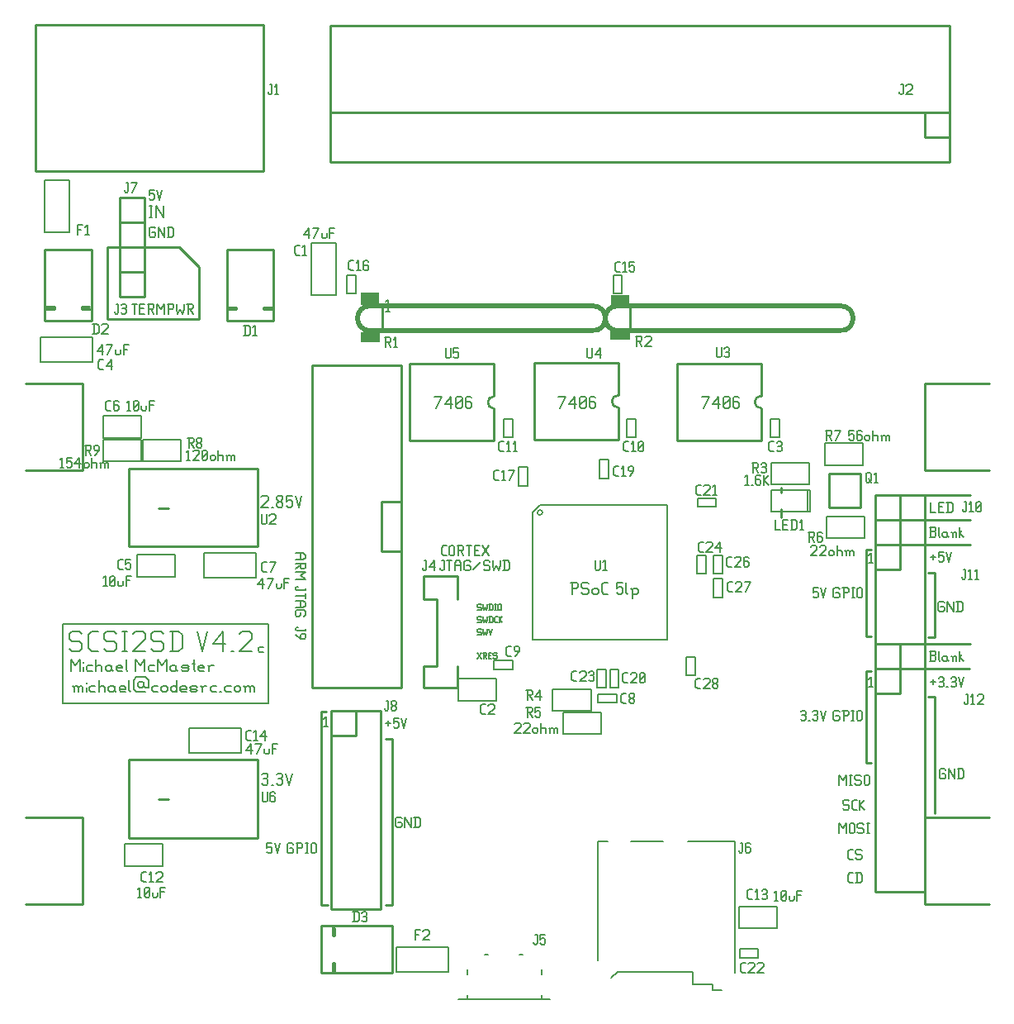
<source format=gto>
G04 start of page 13 for group -4079 idx -4079 *
G04 Title: (unknown), topsilk *
G04 Creator: pcb 20140316 *
G04 CreationDate: Tue 25 Nov 2014 09:21:31 GMT UTC *
G04 For: michael *
G04 Format: Gerber/RS-274X *
G04 PCB-Dimensions (mil): 3930.00 3937.00 *
G04 PCB-Coordinate-Origin: lower left *
%MOIN*%
%FSLAX25Y25*%
%LNTOPSILK*%
%ADD182C,0.0200*%
%ADD181C,0.0080*%
%ADD180C,0.0060*%
%ADD179C,0.0100*%
%ADD178C,0.0001*%
G54D178*G36*
X137400Y285400D02*X144900D01*
Y280400D01*
X137400D01*
Y285400D01*
G37*
G36*
X238300Y284200D02*X245800D01*
Y279200D01*
X238300D01*
Y284200D01*
G37*
G36*
X238000Y270200D02*X246000D01*
Y266200D01*
X238000D01*
Y270200D01*
G37*
G36*
X137500Y269400D02*X145000D01*
Y265400D01*
X137500D01*
Y269400D01*
G37*
G54D179*X391000Y248700D02*X365000D01*
Y213700D01*
X391000D01*
X362500Y203700D02*X383500D01*
X363500Y193700D02*X383500D01*
X2000Y248700D02*X25000D01*
Y213700D01*
X35000Y303700D02*Y274700D01*
X72000D01*
Y295700D01*
X64000Y303700D01*
X35000D01*
X391000Y73700D02*X365000D01*
Y38700D01*
X391000D02*X365000D01*
X364500Y183700D02*X383500D01*
X366500Y172200D02*X369000D01*
Y146200D01*
X364500Y143700D02*X383500D01*
X365000Y133700D02*X383000D01*
X366500Y122200D02*X369000D01*
Y75200D01*
Y146200D02*X366500D01*
X341500Y172700D02*Y146700D01*
X343500D01*
X341500Y171200D02*Y181700D01*
X343500D01*
Y132700D02*X341500D01*
Y95700D01*
X343500D01*
X25000Y213700D02*X2000D01*
X307000Y198100D02*Y194700D01*
Y204700D02*Y206800D01*
X2000Y38700D02*X25000D01*
Y73700D01*
X2000D01*
X147500Y105200D02*X150000D01*
Y38200D01*
X147500D01*
X123500Y116200D02*X121500D01*
Y38200D01*
X124000D01*
G54D180*X17000Y151700D02*Y119700D01*
X100000D01*
Y151700D01*
X17000D01*
X170200Y177200D02*X171000D01*
Y173700D01*
X170500Y173200D02*X171000Y173700D01*
X170000Y173200D02*X170500D01*
X169500Y173700D02*X170000Y173200D01*
X169500Y174200D02*Y173700D01*
X172200Y177200D02*X174200D01*
X173200D02*Y173200D01*
X175400Y176200D02*Y173200D01*
Y176200D02*X176100Y177200D01*
X177200D01*
X177900Y176200D01*
Y173200D01*
X175400Y175200D02*X177900D01*
X181100Y177200D02*X181600Y176700D01*
X179600Y177200D02*X181100D01*
X179100Y176700D02*X179600Y177200D01*
X179100Y176700D02*Y173700D01*
X179600Y173200D01*
X181100D01*
X181600Y173700D01*
Y174700D02*Y173700D01*
X181100Y175200D02*X181600Y174700D01*
X180100Y175200D02*X181100D01*
X182800Y173700D02*X185800Y176700D01*
X189000Y177200D02*X189500Y176700D01*
X187500Y177200D02*X189000D01*
X187000Y176700D02*X187500Y177200D01*
X187000Y176700D02*Y175700D01*
X187500Y175200D01*
X189000D01*
X189500Y174700D01*
Y173700D01*
X189000Y173200D02*X189500Y173700D01*
X187500Y173200D02*X189000D01*
X187000Y173700D02*X187500Y173200D01*
X190700Y177200D02*Y175200D01*
X191200Y173200D01*
X192200Y175200D01*
X193200Y173200D01*
X193700Y175200D01*
Y177200D02*Y175200D01*
X195400Y177200D02*Y173200D01*
X196700Y177200D02*X197400Y176500D01*
Y173900D01*
X196700Y173200D02*X197400Y173900D01*
X194900Y173200D02*X196700D01*
X194900Y177200D02*X196700D01*
X111000Y180200D02*X114000D01*
X115000Y179500D01*
Y178400D01*
X114000Y177700D01*
X111000D02*X114000D01*
X113000Y180200D02*Y177700D01*
X115000Y176500D02*Y174500D01*
X114500Y174000D01*
X113500D02*X114500D01*
X113000Y174500D02*X113500Y174000D01*
X113000Y176000D02*Y174500D01*
X111000Y176000D02*X115000D01*
X113000Y175200D02*X111000Y174000D01*
Y172800D02*X115000D01*
X113000Y171300D01*
X115000Y169800D01*
X111000D02*X115000D01*
Y166100D02*Y165300D01*
X111500D02*X115000D01*
X111000Y165800D02*X111500Y165300D01*
X111000Y166300D02*Y165800D01*
X111500Y166800D02*X111000Y166300D01*
X111500Y166800D02*X112000D01*
X115000Y164100D02*Y162100D01*
X111000Y163100D02*X115000D01*
X111000Y160900D02*X114000D01*
X115000Y160200D01*
Y159100D01*
X114000Y158400D01*
X111000D02*X114000D01*
X113000Y160900D02*Y158400D01*
X115000Y155200D02*X114500Y154700D01*
X115000Y156700D02*Y155200D01*
X114500Y157200D02*X115000Y156700D01*
X111500Y157200D02*X114500D01*
X111500D02*X111000Y156700D01*
Y155200D01*
X111500Y154700D01*
X112500D01*
X113000Y155200D02*X112500Y154700D01*
X113000Y156200D02*Y155200D01*
X170700Y179200D02*X172000D01*
X170000Y179900D02*X170700Y179200D01*
X170000Y182500D02*Y179900D01*
Y182500D02*X170700Y183200D01*
X172000D01*
X173200Y182700D02*Y179700D01*
Y182700D02*X173700Y183200D01*
X174700D01*
X175200Y182700D01*
Y179700D01*
X174700Y179200D02*X175200Y179700D01*
X173700Y179200D02*X174700D01*
X173200Y179700D02*X173700Y179200D01*
X176400Y183200D02*X178400D01*
X178900Y182700D01*
Y181700D01*
X178400Y181200D02*X178900Y181700D01*
X176900Y181200D02*X178400D01*
X176900Y183200D02*Y179200D01*
X177700Y181200D02*X178900Y179200D01*
X180100Y183200D02*X182100D01*
X181100D02*Y179200D01*
X183300Y181400D02*X184800D01*
X183300Y179200D02*X185300D01*
X183300Y183200D02*Y179200D01*
Y183200D02*X185300D01*
X186500Y179200D02*X189000Y183200D01*
X186500D02*X189000Y179200D01*
X185700Y159600D02*X186000Y159300D01*
X184800Y159600D02*X185700D01*
X184500Y159300D02*X184800Y159600D01*
X184500Y159300D02*Y158700D01*
X184800Y158400D01*
X185700D01*
X186000Y158100D01*
Y157500D01*
X185700Y157200D02*X186000Y157500D01*
X184800Y157200D02*X185700D01*
X184500Y157500D02*X184800Y157200D01*
X186720Y159600D02*Y158400D01*
X187020Y157200D01*
X187620Y158400D01*
X188220Y157200D01*
X188520Y158400D01*
Y159600D02*Y158400D01*
X189540Y159600D02*Y157200D01*
X190320Y159600D02*X190740Y159180D01*
Y157620D01*
X190320Y157200D02*X190740Y157620D01*
X189240Y157200D02*X190320D01*
X189240Y159600D02*X190320D01*
X191460D02*X192060D01*
X191760D02*Y157200D01*
X191460D02*X192060D01*
X192780Y159300D02*Y157500D01*
Y159300D02*X193080Y159600D01*
X193680D01*
X193980Y159300D01*
Y157500D01*
X193680Y157200D02*X193980Y157500D01*
X193080Y157200D02*X193680D01*
X192780Y157500D02*X193080Y157200D01*
X184500Y137700D02*X186000Y140100D01*
X184500D02*X186000Y137700D01*
X186720Y140100D02*X187920D01*
X188220Y139800D01*
Y139200D01*
X187920Y138900D02*X188220Y139200D01*
X187020Y138900D02*X187920D01*
X187020Y140100D02*Y137700D01*
X187500Y138900D02*X188220Y137700D01*
X188940Y139020D02*X189840D01*
X188940Y137700D02*X190140D01*
X188940Y140100D02*Y137700D01*
Y140100D02*X190140D01*
X192060D02*X192360Y139800D01*
X191160Y140100D02*X192060D01*
X190860Y139800D02*X191160Y140100D01*
X190860Y139800D02*Y139200D01*
X191160Y138900D01*
X192060D01*
X192360Y138600D01*
Y138000D01*
X192060Y137700D02*X192360Y138000D01*
X191160Y137700D02*X192060D01*
X190860Y138000D02*X191160Y137700D01*
X153500Y73700D02*X154000Y73200D01*
X152000Y73700D02*X153500D01*
X151500Y73200D02*X152000Y73700D01*
X151500Y73200D02*Y70200D01*
X152000Y69700D01*
X153500D01*
X154000Y70200D01*
Y71200D02*Y70200D01*
X153500Y71700D02*X154000Y71200D01*
X152500Y71700D02*X153500D01*
X155200Y73700D02*Y69700D01*
Y73700D02*X157700Y69700D01*
Y73700D02*Y69700D01*
X159400Y73700D02*Y69700D01*
X160700Y73700D02*X161400Y73000D01*
Y70400D01*
X160700Y69700D02*X161400Y70400D01*
X158900Y69700D02*X160700D01*
X158900Y73700D02*X160700D01*
X147500Y111700D02*X149500D01*
X148500Y112700D02*Y110700D01*
X150700Y113700D02*X152700D01*
X150700D02*Y111700D01*
X151200Y112200D01*
X152200D01*
X152700Y111700D01*
Y110200D01*
X152200Y109700D02*X152700Y110200D01*
X151200Y109700D02*X152200D01*
X150700Y110200D02*X151200Y109700D01*
X153900Y113700D02*X154900Y109700D01*
X155900Y113700D01*
X99500Y63200D02*X101500D01*
X99500D02*Y61200D01*
X100000Y61700D01*
X101000D01*
X101500Y61200D01*
Y59700D01*
X101000Y59200D02*X101500Y59700D01*
X100000Y59200D02*X101000D01*
X99500Y59700D02*X100000Y59200D01*
X102700Y63200D02*X103700Y59200D01*
X104700Y63200D01*
X109700D02*X110200Y62700D01*
X108200Y63200D02*X109700D01*
X107700Y62700D02*X108200Y63200D01*
X107700Y62700D02*Y59700D01*
X108200Y59200D01*
X109700D01*
X110200Y59700D01*
Y60700D02*Y59700D01*
X109700Y61200D02*X110200Y60700D01*
X108700Y61200D02*X109700D01*
X111900Y63200D02*Y59200D01*
X111400Y63200D02*X113400D01*
X113900Y62700D01*
Y61700D01*
X113400Y61200D02*X113900Y61700D01*
X111900Y61200D02*X113400D01*
X115100Y63200D02*X116100D01*
X115600D02*Y59200D01*
X115100D02*X116100D01*
X117300Y62700D02*Y59700D01*
Y62700D02*X117800Y63200D01*
X118800D01*
X119300Y62700D01*
Y59700D01*
X118800Y59200D02*X119300Y59700D01*
X117800Y59200D02*X118800D01*
X117300Y59700D02*X117800Y59200D01*
X122500Y113400D02*X123300Y114200D01*
Y110200D01*
X122500D02*X124000D01*
X199500Y111200D02*X200000Y111700D01*
X201500D01*
X202000Y111200D01*
Y110200D01*
X199500Y107700D02*X202000Y110200D01*
X199500Y107700D02*X202000D01*
X203200Y111200D02*X203700Y111700D01*
X205200D01*
X205700Y111200D01*
Y110200D01*
X203200Y107700D02*X205700Y110200D01*
X203200Y107700D02*X205700D01*
X206900Y109200D02*Y108200D01*
Y109200D02*X207400Y109700D01*
X208400D01*
X208900Y109200D01*
Y108200D01*
X208400Y107700D02*X208900Y108200D01*
X207400Y107700D02*X208400D01*
X206900Y108200D02*X207400Y107700D01*
X210100Y111700D02*Y107700D01*
Y109200D02*X210600Y109700D01*
X211600D01*
X212100Y109200D01*
Y107700D01*
X213800Y109200D02*Y107700D01*
Y109200D02*X214300Y109700D01*
X214800D01*
X215300Y109200D01*
Y107700D01*
Y109200D02*X215800Y109700D01*
X216300D01*
X216800Y109200D01*
Y107700D01*
X213300Y109700D02*X213800Y109200D01*
X185700Y149600D02*X186000Y149300D01*
X184800Y149600D02*X185700D01*
X184500Y149300D02*X184800Y149600D01*
X184500Y149300D02*Y148700D01*
X184800Y148400D01*
X185700D01*
X186000Y148100D01*
Y147500D01*
X185700Y147200D02*X186000Y147500D01*
X184800Y147200D02*X185700D01*
X184500Y147500D02*X184800Y147200D01*
X186720Y149600D02*Y148400D01*
X187020Y147200D01*
X187620Y148400D01*
X188220Y147200D01*
X188520Y148400D01*
Y149600D02*Y148400D01*
X189240Y149600D02*X189840Y147200D01*
X190440Y149600D01*
X185700Y154600D02*X186000Y154300D01*
X184800Y154600D02*X185700D01*
X184500Y154300D02*X184800Y154600D01*
X184500Y154300D02*Y153700D01*
X184800Y153400D01*
X185700D01*
X186000Y153100D01*
Y152500D01*
X185700Y152200D02*X186000Y152500D01*
X184800Y152200D02*X185700D01*
X184500Y152500D02*X184800Y152200D01*
X186720Y154600D02*Y153400D01*
X187020Y152200D01*
X187620Y153400D01*
X188220Y152200D01*
X188520Y153400D01*
Y154600D02*Y153400D01*
X189540Y154600D02*Y152200D01*
X190320Y154600D02*X190740Y154180D01*
Y152620D01*
X190320Y152200D02*X190740Y152620D01*
X189240Y152200D02*X190320D01*
X189240Y154600D02*X190320D01*
X191880Y152200D02*X192660D01*
X191460Y152620D02*X191880Y152200D01*
X191460Y154180D02*Y152620D01*
Y154180D02*X191880Y154600D01*
X192660D01*
X193380D02*Y152200D01*
Y153400D02*X194580Y154600D01*
X193380Y153400D02*X194580Y152200D01*
X222600Y168500D02*Y163700D01*
X222000Y168500D02*X224400D01*
X225000Y167900D01*
Y166700D01*
X224400Y166100D02*X225000Y166700D01*
X222600Y166100D02*X224400D01*
X228840Y168500D02*X229440Y167900D01*
X227040Y168500D02*X228840D01*
X226440Y167900D02*X227040Y168500D01*
X226440Y167900D02*Y166700D01*
X227040Y166100D01*
X228840D01*
X229440Y165500D01*
Y164300D01*
X228840Y163700D02*X229440Y164300D01*
X227040Y163700D02*X228840D01*
X226440Y164300D02*X227040Y163700D01*
X230880Y165500D02*Y164300D01*
Y165500D02*X231480Y166100D01*
X232680D01*
X233280Y165500D01*
Y164300D01*
X232680Y163700D02*X233280Y164300D01*
X231480Y163700D02*X232680D01*
X230880Y164300D02*X231480Y163700D01*
X235560D02*X237120D01*
X234720Y164540D02*X235560Y163700D01*
X234720Y167660D02*Y164540D01*
Y167660D02*X235560Y168500D01*
X237120D01*
X240720D02*X243120D01*
X240720D02*Y166100D01*
X241320Y166700D01*
X242520D01*
X243120Y166100D01*
Y164300D01*
X242520Y163700D02*X243120Y164300D01*
X241320Y163700D02*X242520D01*
X240720Y164300D02*X241320Y163700D01*
X244560Y168500D02*Y164300D01*
X245160Y163700D01*
X246960Y165500D02*Y161900D01*
X246360Y166100D02*X246960Y165500D01*
X247560Y166100D01*
X248760D01*
X249360Y165500D01*
Y164300D01*
X248760Y163700D02*X249360Y164300D01*
X247560Y163700D02*X248760D01*
X246960Y164300D02*X247560Y163700D01*
X367500Y200700D02*Y196700D01*
X369500D01*
X370700Y198900D02*X372200D01*
X370700Y196700D02*X372700D01*
X370700Y200700D02*Y196700D01*
Y200700D02*X372700D01*
X374400D02*Y196700D01*
X375700Y200700D02*X376400Y200000D01*
Y197400D01*
X375700Y196700D02*X376400Y197400D01*
X373900Y196700D02*X375700D01*
X373900Y200700D02*X375700D01*
X367000Y186700D02*X369000D01*
X369500Y187200D01*
Y188400D02*Y187200D01*
X369000Y188900D02*X369500Y188400D01*
X367500Y188900D02*X369000D01*
X367500Y190700D02*Y186700D01*
X367000Y190700D02*X369000D01*
X369500Y190200D01*
Y189400D01*
X369000Y188900D02*X369500Y189400D01*
X370700Y190700D02*Y187200D01*
X371200Y186700D01*
X373700Y188700D02*X374200Y188200D01*
X372700Y188700D02*X373700D01*
X372200Y188200D02*X372700Y188700D01*
X372200Y188200D02*Y187200D01*
X372700Y186700D01*
X374200Y188700D02*Y187200D01*
X374700Y186700D01*
X372700D02*X373700D01*
X374200Y187200D01*
X376400Y188200D02*Y186700D01*
Y188200D02*X376900Y188700D01*
X377400D01*
X377900Y188200D01*
Y186700D01*
X375900Y188700D02*X376400Y188200D01*
X379100Y190700D02*Y186700D01*
Y188200D02*X380600Y186700D01*
X379100Y188200D02*X380100Y189200D01*
X367500Y178700D02*X369500D01*
X368500Y179700D02*Y177700D01*
X370700Y180700D02*X372700D01*
X370700D02*Y178700D01*
X371200Y179200D01*
X372200D01*
X372700Y178700D01*
Y177200D01*
X372200Y176700D02*X372700Y177200D01*
X371200Y176700D02*X372200D01*
X370700Y177200D02*X371200Y176700D01*
X373900Y180700D02*X374900Y176700D01*
X375900Y180700D01*
X342500Y179400D02*X343300Y180200D01*
Y176200D01*
X342500D02*X344000D01*
X334500Y229700D02*X336500D01*
X334500D02*Y227700D01*
X335000Y228200D01*
X336000D01*
X336500Y227700D01*
Y226200D01*
X336000Y225700D02*X336500Y226200D01*
X335000Y225700D02*X336000D01*
X334500Y226200D02*X335000Y225700D01*
X339200Y229700D02*X339700Y229200D01*
X338200Y229700D02*X339200D01*
X337700Y229200D02*X338200Y229700D01*
X337700Y229200D02*Y226200D01*
X338200Y225700D01*
X339200Y227900D02*X339700Y227400D01*
X337700Y227900D02*X339200D01*
X338200Y225700D02*X339200D01*
X339700Y226200D01*
Y227400D02*Y226200D01*
X340900Y227200D02*Y226200D01*
Y227200D02*X341400Y227700D01*
X342400D01*
X342900Y227200D01*
Y226200D01*
X342400Y225700D02*X342900Y226200D01*
X341400Y225700D02*X342400D01*
X340900Y226200D02*X341400Y225700D01*
X344100Y229700D02*Y225700D01*
Y227200D02*X344600Y227700D01*
X345600D01*
X346100Y227200D01*
Y225700D01*
X347800Y227200D02*Y225700D01*
Y227200D02*X348300Y227700D01*
X348800D01*
X349300Y227200D01*
Y225700D01*
Y227200D02*X349800Y227700D01*
X350300D01*
X350800Y227200D01*
Y225700D01*
X347300Y227700D02*X347800Y227200D01*
X367500Y128200D02*X369500D01*
X368500Y129200D02*Y127200D01*
X370700Y129700D02*X371200Y130200D01*
X372200D01*
X372700Y129700D01*
X372200Y126200D02*X372700Y126700D01*
X371200Y126200D02*X372200D01*
X370700Y126700D02*X371200Y126200D01*
Y128400D02*X372200D01*
X372700Y129700D02*Y128900D01*
Y127900D02*Y126700D01*
Y127900D02*X372200Y128400D01*
X372700Y128900D02*X372200Y128400D01*
X373900Y126200D02*X374400D01*
X375600Y129700D02*X376100Y130200D01*
X377100D01*
X377600Y129700D01*
X377100Y126200D02*X377600Y126700D01*
X376100Y126200D02*X377100D01*
X375600Y126700D02*X376100Y126200D01*
Y128400D02*X377100D01*
X377600Y129700D02*Y128900D01*
Y127900D02*Y126700D01*
Y127900D02*X377100Y128400D01*
X377600Y128900D02*X377100Y128400D01*
X378800Y130200D02*X379800Y126200D01*
X380800Y130200D01*
X367000Y136700D02*X369000D01*
X369500Y137200D01*
Y138400D02*Y137200D01*
X369000Y138900D02*X369500Y138400D01*
X367500Y138900D02*X369000D01*
X367500Y140700D02*Y136700D01*
X367000Y140700D02*X369000D01*
X369500Y140200D01*
Y139400D01*
X369000Y138900D02*X369500Y139400D01*
X370700Y140700D02*Y137200D01*
X371200Y136700D01*
X373700Y138700D02*X374200Y138200D01*
X372700Y138700D02*X373700D01*
X372200Y138200D02*X372700Y138700D01*
X372200Y138200D02*Y137200D01*
X372700Y136700D01*
X374200Y138700D02*Y137200D01*
X374700Y136700D01*
X372700D02*X373700D01*
X374200Y137200D01*
X376400Y138200D02*Y136700D01*
Y138200D02*X376900Y138700D01*
X377400D01*
X377900Y138200D01*
Y136700D01*
X375900Y138700D02*X376400Y138200D01*
X379100Y140700D02*Y136700D01*
Y138200D02*X380600Y136700D01*
X379100Y138200D02*X380100Y139200D01*
X372500Y160700D02*X373000Y160200D01*
X371000Y160700D02*X372500D01*
X370500Y160200D02*X371000Y160700D01*
X370500Y160200D02*Y157200D01*
X371000Y156700D01*
X372500D01*
X373000Y157200D01*
Y158200D02*Y157200D01*
X372500Y158700D02*X373000Y158200D01*
X371500Y158700D02*X372500D01*
X374200Y160700D02*Y156700D01*
Y160700D02*X376700Y156700D01*
Y160700D02*Y156700D01*
X378400Y160700D02*Y156700D01*
X379700Y160700D02*X380400Y160000D01*
Y157400D01*
X379700Y156700D02*X380400Y157400D01*
X377900Y156700D02*X379700D01*
X377900Y160700D02*X379700D01*
X320000Y166200D02*X322000D01*
X320000D02*Y164200D01*
X320500Y164700D01*
X321500D01*
X322000Y164200D01*
Y162700D01*
X321500Y162200D02*X322000Y162700D01*
X320500Y162200D02*X321500D01*
X320000Y162700D02*X320500Y162200D01*
X323200Y166200D02*X324200Y162200D01*
X325200Y166200D01*
X330200D02*X330700Y165700D01*
X328700Y166200D02*X330200D01*
X328200Y165700D02*X328700Y166200D01*
X328200Y165700D02*Y162700D01*
X328700Y162200D01*
X330200D01*
X330700Y162700D01*
Y163700D02*Y162700D01*
X330200Y164200D02*X330700Y163700D01*
X329200Y164200D02*X330200D01*
X332400Y166200D02*Y162200D01*
X331900Y166200D02*X333900D01*
X334400Y165700D01*
Y164700D01*
X333900Y164200D02*X334400Y164700D01*
X332400Y164200D02*X333900D01*
X335600Y166200D02*X336600D01*
X336100D02*Y162200D01*
X335600D02*X336600D01*
X337800Y165700D02*Y162700D01*
Y165700D02*X338300Y166200D01*
X339300D01*
X339800Y165700D01*
Y162700D01*
X339300Y162200D02*X339800Y162700D01*
X338300Y162200D02*X339300D01*
X337800Y162700D02*X338300Y162200D01*
X319000Y182700D02*X319500Y183200D01*
X321000D01*
X321500Y182700D01*
Y181700D01*
X319000Y179200D02*X321500Y181700D01*
X319000Y179200D02*X321500D01*
X322700Y182700D02*X323200Y183200D01*
X324700D01*
X325200Y182700D01*
Y181700D01*
X322700Y179200D02*X325200Y181700D01*
X322700Y179200D02*X325200D01*
X326400Y180700D02*Y179700D01*
Y180700D02*X326900Y181200D01*
X327900D01*
X328400Y180700D01*
Y179700D01*
X327900Y179200D02*X328400Y179700D01*
X326900Y179200D02*X327900D01*
X326400Y179700D02*X326900Y179200D01*
X329600Y183200D02*Y179200D01*
Y180700D02*X330100Y181200D01*
X331100D01*
X331600Y180700D01*
Y179200D01*
X333300Y180700D02*Y179200D01*
Y180700D02*X333800Y181200D01*
X334300D01*
X334800Y180700D01*
Y179200D01*
Y180700D02*X335300Y181200D01*
X335800D01*
X336300Y180700D01*
Y179200D01*
X332800Y181200D02*X333300Y180700D01*
X292500Y210900D02*X293300Y211700D01*
Y207700D01*
X292500D02*X294000D01*
X295200D02*X295700D01*
X298400Y211700D02*X298900Y211200D01*
X297400Y211700D02*X298400D01*
X296900Y211200D02*X297400Y211700D01*
X296900Y211200D02*Y208200D01*
X297400Y207700D01*
X298400Y209900D02*X298900Y209400D01*
X296900Y209900D02*X298400D01*
X297400Y207700D02*X298400D01*
X298900Y208200D01*
Y209400D02*Y208200D01*
X300100Y211700D02*Y207700D01*
Y209700D02*X302100Y211700D01*
X300100Y209700D02*X302100Y207700D01*
X52000Y326700D02*X54000D01*
X52000D02*Y324700D01*
X52500Y325200D01*
X53500D01*
X54000Y324700D01*
Y323200D01*
X53500Y322700D02*X54000Y323200D01*
X52500Y322700D02*X53500D01*
X52000Y323200D02*X52500Y322700D01*
X55200Y326700D02*X56200Y322700D01*
X57200Y326700D01*
X54000Y311700D02*X54500Y311200D01*
X52500Y311700D02*X54000D01*
X52000Y311200D02*X52500Y311700D01*
X52000Y311200D02*Y308200D01*
X52500Y307700D01*
X54000D01*
X54500Y308200D01*
Y309200D02*Y308200D01*
X54000Y309700D02*X54500Y309200D01*
X53000Y309700D02*X54000D01*
X55700Y311700D02*Y307700D01*
Y311700D02*X58200Y307700D01*
Y311700D02*Y307700D01*
X59900Y311700D02*Y307700D01*
X61200Y311700D02*X61900Y311000D01*
Y308400D01*
X61200Y307700D02*X61900Y308400D01*
X59400Y307700D02*X61200D01*
X59400Y311700D02*X61200D01*
X114300Y308800D02*X116300Y311300D01*
X114300Y308800D02*X116800D01*
X116300Y311300D02*Y307300D01*
X118500D02*X120500Y311300D01*
X118000D02*X120500D01*
X121700Y309300D02*Y307800D01*
X122200Y307300D01*
X123200D01*
X123700Y307800D01*
Y309300D02*Y307800D01*
X124900Y311300D02*Y307300D01*
Y311300D02*X126900D01*
X124900Y309500D02*X126400D01*
X45000Y280700D02*X47000D01*
X46000D02*Y276700D01*
X48200Y278900D02*X49700D01*
X48200Y276700D02*X50200D01*
X48200Y280700D02*Y276700D01*
Y280700D02*X50200D01*
X51400D02*X53400D01*
X53900Y280200D01*
Y279200D01*
X53400Y278700D02*X53900Y279200D01*
X51900Y278700D02*X53400D01*
X51900Y280700D02*Y276700D01*
X52700Y278700D02*X53900Y276700D01*
X55100Y280700D02*Y276700D01*
Y280700D02*X56600Y278700D01*
X58100Y280700D01*
Y276700D01*
X59800Y280700D02*Y276700D01*
X59300Y280700D02*X61300D01*
X61800Y280200D01*
Y279200D01*
X61300Y278700D02*X61800Y279200D01*
X59800Y278700D02*X61300D01*
X63000Y280700D02*Y278700D01*
X63500Y276700D01*
X64500Y278700D01*
X65500Y276700D01*
X66000Y278700D01*
Y280700D02*Y278700D01*
X67200Y280700D02*X69200D01*
X69700Y280200D01*
Y279200D01*
X69200Y278700D02*X69700Y279200D01*
X67700Y278700D02*X69200D01*
X67700Y280700D02*Y276700D01*
X68500Y278700D02*X69700Y276700D01*
X43000Y240900D02*X43800Y241700D01*
Y237700D01*
X43000D02*X44500D01*
X45700Y238200D02*X46200Y237700D01*
X45700Y241200D02*Y238200D01*
Y241200D02*X46200Y241700D01*
X47200D01*
X47700Y241200D01*
Y238200D01*
X47200Y237700D02*X47700Y238200D01*
X46200Y237700D02*X47200D01*
X45700Y238700D02*X47700Y240700D01*
X48900Y239700D02*Y238200D01*
X49400Y237700D01*
X50400D01*
X50900Y238200D01*
Y239700D02*Y238200D01*
X52100Y241700D02*Y237700D01*
Y241700D02*X54100D01*
X52100Y239900D02*X53600D01*
X31000Y261700D02*X33000Y264200D01*
X31000Y261700D02*X33500D01*
X33000Y264200D02*Y260200D01*
X35200D02*X37200Y264200D01*
X34700D02*X37200D01*
X38400Y262200D02*Y260700D01*
X38900Y260200D01*
X39900D01*
X40400Y260700D01*
Y262200D02*Y260700D01*
X41600Y264200D02*Y260200D01*
Y264200D02*X43600D01*
X41600Y262400D02*X43100D01*
X147300Y281540D02*X148260Y282500D01*
Y277700D01*
X147300D02*X149100D01*
X167600Y238700D02*X170000Y243500D01*
X167000D02*X170000D01*
X171440Y240500D02*X173840Y243500D01*
X171440Y240500D02*X174440D01*
X173840Y243500D02*Y238700D01*
X175880Y239300D02*X176480Y238700D01*
X175880Y242900D02*Y239300D01*
Y242900D02*X176480Y243500D01*
X177680D01*
X178280Y242900D01*
Y239300D01*
X177680Y238700D02*X178280Y239300D01*
X176480Y238700D02*X177680D01*
X175880Y239900D02*X178280Y242300D01*
X181520Y243500D02*X182120Y242900D01*
X180320Y243500D02*X181520D01*
X179720Y242900D02*X180320Y243500D01*
X179720Y242900D02*Y239300D01*
X180320Y238700D01*
X181520Y241340D02*X182120Y240740D01*
X179720Y241340D02*X181520D01*
X180320Y238700D02*X181520D01*
X182120Y239300D01*
Y240740D02*Y239300D01*
X217600Y238700D02*X220000Y243500D01*
X217000D02*X220000D01*
X221440Y240500D02*X223840Y243500D01*
X221440Y240500D02*X224440D01*
X223840Y243500D02*Y238700D01*
X225880Y239300D02*X226480Y238700D01*
X225880Y242900D02*Y239300D01*
Y242900D02*X226480Y243500D01*
X227680D01*
X228280Y242900D01*
Y239300D01*
X227680Y238700D02*X228280Y239300D01*
X226480Y238700D02*X227680D01*
X225880Y239900D02*X228280Y242300D01*
X231520Y243500D02*X232120Y242900D01*
X230320Y243500D02*X231520D01*
X229720Y242900D02*X230320Y243500D01*
X229720Y242900D02*Y239300D01*
X230320Y238700D01*
X231520Y241340D02*X232120Y240740D01*
X229720Y241340D02*X231520D01*
X230320Y238700D02*X231520D01*
X232120Y239300D01*
Y240740D02*Y239300D01*
X275600Y238700D02*X278000Y243500D01*
X275000D02*X278000D01*
X279440Y240500D02*X281840Y243500D01*
X279440Y240500D02*X282440D01*
X281840Y243500D02*Y238700D01*
X283880Y239300D02*X284480Y238700D01*
X283880Y242900D02*Y239300D01*
Y242900D02*X284480Y243500D01*
X285680D01*
X286280Y242900D01*
Y239300D01*
X285680Y238700D02*X286280Y239300D01*
X284480Y238700D02*X285680D01*
X283880Y239900D02*X286280Y242300D01*
X289520Y243500D02*X290120Y242900D01*
X288320Y243500D02*X289520D01*
X287720Y242900D02*X288320Y243500D01*
X287720Y242900D02*Y239300D01*
X288320Y238700D01*
X289520Y241340D02*X290120Y240740D01*
X287720Y241340D02*X289520D01*
X288320Y238700D02*X289520D01*
X290120Y239300D01*
Y240740D02*Y239300D01*
X52000Y320500D02*X53200D01*
X52600D02*Y315700D01*
X52000D02*X53200D01*
X54640Y320500D02*Y315700D01*
Y320500D02*X57640Y315700D01*
Y320500D02*Y315700D01*
X97000Y202900D02*X97600Y203500D01*
X99400D01*
X100000Y202900D01*
Y201700D01*
X97000Y198700D02*X100000Y201700D01*
X97000Y198700D02*X100000D01*
X101440D02*X102040D01*
X103480Y199300D02*X104080Y198700D01*
X103480Y200260D02*Y199300D01*
Y200260D02*X104320Y201100D01*
X105040D01*
X105880Y200260D01*
Y199300D01*
X105280Y198700D02*X105880Y199300D01*
X104080Y198700D02*X105280D01*
X103480Y201940D02*X104320Y201100D01*
X103480Y202900D02*Y201940D01*
Y202900D02*X104080Y203500D01*
X105280D01*
X105880Y202900D01*
Y201940D01*
X105040Y201100D02*X105880Y201940D01*
X107320Y203500D02*X109720D01*
X107320D02*Y201100D01*
X107920Y201700D01*
X109120D01*
X109720Y201100D01*
Y199300D01*
X109120Y198700D02*X109720Y199300D01*
X107920Y198700D02*X109120D01*
X107320Y199300D02*X107920Y198700D01*
X111160Y203500D02*X112360Y198700D01*
X113560Y203500D01*
X91100Y100800D02*X93100Y103300D01*
X91100Y100800D02*X93600D01*
X93100Y103300D02*Y99300D01*
X95300D02*X97300Y103300D01*
X94800D02*X97300D01*
X98500Y101300D02*Y99800D01*
X99000Y99300D01*
X100000D01*
X100500Y99800D01*
Y101300D02*Y99800D01*
X101700Y103300D02*Y99300D01*
Y103300D02*X103700D01*
X101700Y101500D02*X103200D01*
X91100Y100800D02*X93100Y103300D01*
X91100Y100800D02*X93600D01*
X93100Y103300D02*Y99300D01*
X95300D02*X97300Y103300D01*
X94800D02*X97300D01*
X98500Y101300D02*Y99800D01*
X99000Y99300D01*
X100000D01*
X100500Y99800D01*
Y101300D02*Y99800D01*
X101700Y103300D02*Y99300D01*
Y103300D02*X103700D01*
X101700Y101500D02*X103200D01*
X97500Y90900D02*X98100Y91500D01*
X99300D01*
X99900Y90900D01*
X99300Y86700D02*X99900Y87300D01*
X98100Y86700D02*X99300D01*
X97500Y87300D02*X98100Y86700D01*
Y89340D02*X99300D01*
X99900Y90900D02*Y89940D01*
Y88740D02*Y87300D01*
Y88740D02*X99300Y89340D01*
X99900Y89940D02*X99300Y89340D01*
X101340Y86700D02*X101940D01*
X103380Y90900D02*X103980Y91500D01*
X105180D01*
X105780Y90900D01*
X105180Y86700D02*X105780Y87300D01*
X103980Y86700D02*X105180D01*
X103380Y87300D02*X103980Y86700D01*
Y89340D02*X105180D01*
X105780Y90900D02*Y89940D01*
Y88740D02*Y87300D01*
Y88740D02*X105180Y89340D01*
X105780Y89940D02*X105180Y89340D01*
X107220Y91500D02*X108420Y86700D01*
X109620Y91500D01*
X67000Y220900D02*X67800Y221700D01*
Y217700D01*
X67000D02*X68500D01*
X69700Y221200D02*X70200Y221700D01*
X71700D01*
X72200Y221200D01*
Y220200D01*
X69700Y217700D02*X72200Y220200D01*
X69700Y217700D02*X72200D01*
X73400Y218200D02*X73900Y217700D01*
X73400Y221200D02*Y218200D01*
Y221200D02*X73900Y221700D01*
X74900D01*
X75400Y221200D01*
Y218200D01*
X74900Y217700D02*X75400Y218200D01*
X73900Y217700D02*X74900D01*
X73400Y218700D02*X75400Y220700D01*
X76600Y219200D02*Y218200D01*
Y219200D02*X77100Y219700D01*
X78100D01*
X78600Y219200D01*
Y218200D01*
X78100Y217700D02*X78600Y218200D01*
X77100Y217700D02*X78100D01*
X76600Y218200D02*X77100Y217700D01*
X79800Y221700D02*Y217700D01*
Y219200D02*X80300Y219700D01*
X81300D01*
X81800Y219200D01*
Y217700D01*
X83500Y219200D02*Y217700D01*
Y219200D02*X84000Y219700D01*
X84500D01*
X85000Y219200D01*
Y217700D01*
Y219200D02*X85500Y219700D01*
X86000D01*
X86500Y219200D01*
Y217700D01*
X83000Y219700D02*X83500Y219200D01*
X16000Y217900D02*X16800Y218700D01*
Y214700D01*
X16000D02*X17500D01*
X18700Y218700D02*X20700D01*
X18700D02*Y216700D01*
X19200Y217200D01*
X20200D01*
X20700Y216700D01*
Y215200D01*
X20200Y214700D02*X20700Y215200D01*
X19200Y214700D02*X20200D01*
X18700Y215200D02*X19200Y214700D01*
X21900Y216200D02*X23900Y218700D01*
X21900Y216200D02*X24400D01*
X23900Y218700D02*Y214700D01*
X25600Y216200D02*Y215200D01*
Y216200D02*X26100Y216700D01*
X27100D01*
X27600Y216200D01*
Y215200D01*
X27100Y214700D02*X27600Y215200D01*
X26100Y214700D02*X27100D01*
X25600Y215200D02*X26100Y214700D01*
X28800Y218700D02*Y214700D01*
Y216200D02*X29300Y216700D01*
X30300D01*
X30800Y216200D01*
Y214700D01*
X32500Y216200D02*Y214700D01*
Y216200D02*X33000Y216700D01*
X33500D01*
X34000Y216200D01*
Y214700D01*
Y216200D02*X34500Y216700D01*
X35000D01*
X35500Y216200D01*
Y214700D01*
X32000Y216700D02*X32500Y216200D01*
X20400Y137500D02*Y132700D01*
Y137500D02*X22200Y135100D01*
X24000Y137500D01*
Y132700D01*
X25440Y136300D02*Y136180D01*
Y134500D02*Y132700D01*
X27240Y135100D02*X29040D01*
X26640Y134500D02*X27240Y135100D01*
X26640Y134500D02*Y133300D01*
X27240Y132700D01*
X29040D01*
X30480Y137500D02*Y132700D01*
Y134500D02*X31080Y135100D01*
X32280D01*
X32880Y134500D01*
Y132700D01*
X36120Y135100D02*X36720Y134500D01*
X34920Y135100D02*X36120D01*
X34320Y134500D02*X34920Y135100D01*
X34320Y134500D02*Y133300D01*
X34920Y132700D01*
X36720Y135100D02*Y133300D01*
X37320Y132700D01*
X34920D02*X36120D01*
X36720Y133300D01*
X39360Y132700D02*X41160D01*
X38760Y133300D02*X39360Y132700D01*
X38760Y134500D02*Y133300D01*
Y134500D02*X39360Y135100D01*
X40560D01*
X41160Y134500D01*
X38760Y133900D02*X41160D01*
Y134500D02*Y133900D01*
X42600Y137500D02*Y133300D01*
X43200Y132700D01*
X46560Y137500D02*Y132700D01*
Y137500D02*X48360Y135100D01*
X50160Y137500D01*
Y132700D01*
X52200Y135100D02*X54000D01*
X51600Y134500D02*X52200Y135100D01*
X51600Y134500D02*Y133300D01*
X52200Y132700D01*
X54000D01*
X55440Y137500D02*Y132700D01*
Y137500D02*X57240Y135100D01*
X59040Y137500D01*
Y132700D01*
X62280Y135100D02*X62880Y134500D01*
X61080Y135100D02*X62280D01*
X60480Y134500D02*X61080Y135100D01*
X60480Y134500D02*Y133300D01*
X61080Y132700D01*
X62880Y135100D02*Y133300D01*
X63480Y132700D01*
X61080D02*X62280D01*
X62880Y133300D01*
X65520Y132700D02*X67320D01*
X67920Y133300D01*
X67320Y133900D02*X67920Y133300D01*
X65520Y133900D02*X67320D01*
X64920Y134500D02*X65520Y133900D01*
X64920Y134500D02*X65520Y135100D01*
X67320D01*
X67920Y134500D01*
X64920Y133300D02*X65520Y132700D01*
X69960Y137500D02*Y133300D01*
X70560Y132700D01*
X69360Y135700D02*X70560D01*
X72360Y132700D02*X74160D01*
X71760Y133300D02*X72360Y132700D01*
X71760Y134500D02*Y133300D01*
Y134500D02*X72360Y135100D01*
X73560D01*
X74160Y134500D01*
X71760Y133900D02*X74160D01*
Y134500D02*Y133900D01*
X76200Y134500D02*Y132700D01*
Y134500D02*X76800Y135100D01*
X78000D01*
X75600D02*X76200Y134500D01*
X21600Y126100D02*Y124300D01*
Y126100D02*X22200Y126700D01*
X22800D01*
X23400Y126100D01*
Y124300D01*
Y126100D02*X24000Y126700D01*
X24600D01*
X25200Y126100D01*
Y124300D01*
X21000Y126700D02*X21600Y126100D01*
X26640Y127900D02*Y127780D01*
Y126100D02*Y124300D01*
X28440Y126700D02*X30240D01*
X27840Y126100D02*X28440Y126700D01*
X27840Y126100D02*Y124900D01*
X28440Y124300D01*
X30240D01*
X31680Y129100D02*Y124300D01*
Y126100D02*X32280Y126700D01*
X33480D01*
X34080Y126100D01*
Y124300D01*
X37320Y126700D02*X37920Y126100D01*
X36120Y126700D02*X37320D01*
X35520Y126100D02*X36120Y126700D01*
X35520Y126100D02*Y124900D01*
X36120Y124300D01*
X37920Y126700D02*Y124900D01*
X38520Y124300D01*
X36120D02*X37320D01*
X37920Y124900D01*
X40560Y124300D02*X42360D01*
X39960Y124900D02*X40560Y124300D01*
X39960Y126100D02*Y124900D01*
Y126100D02*X40560Y126700D01*
X41760D01*
X42360Y126100D01*
X39960Y125500D02*X42360D01*
Y126100D02*Y125500D01*
X43800Y129100D02*Y124900D01*
X44400Y124300D01*
X45600Y129100D02*Y125500D01*
X46800Y124300D01*
X50400D01*
X51600Y129100D02*Y126100D01*
Y129100D02*X50400Y130300D01*
X46800D02*X50400D01*
X46800D02*X45600Y129100D01*
X47400Y127900D02*Y126700D01*
X48000Y126100D01*
X49200D01*
X49800Y126700D01*
X50400Y126100D01*
X49800Y128500D02*Y126700D01*
Y127900D02*X49200Y128500D01*
X48000D02*X49200D01*
X48000D02*X47400Y127900D01*
X50400Y126100D02*X51600D01*
X53640Y126700D02*X55440D01*
X53040Y126100D02*X53640Y126700D01*
X53040Y126100D02*Y124900D01*
X53640Y124300D01*
X55440D01*
X56880Y126100D02*Y124900D01*
Y126100D02*X57480Y126700D01*
X58680D01*
X59280Y126100D01*
Y124900D01*
X58680Y124300D02*X59280Y124900D01*
X57480Y124300D02*X58680D01*
X56880Y124900D02*X57480Y124300D01*
X63120Y129100D02*Y124300D01*
X62520D02*X63120Y124900D01*
X61320Y124300D02*X62520D01*
X60720Y124900D02*X61320Y124300D01*
X60720Y126100D02*Y124900D01*
Y126100D02*X61320Y126700D01*
X62520D01*
X63120Y126100D01*
X65160Y124300D02*X66960D01*
X64560Y124900D02*X65160Y124300D01*
X64560Y126100D02*Y124900D01*
Y126100D02*X65160Y126700D01*
X66360D01*
X66960Y126100D01*
X64560Y125500D02*X66960D01*
Y126100D02*Y125500D01*
X69000Y124300D02*X70800D01*
X71400Y124900D01*
X70800Y125500D02*X71400Y124900D01*
X69000Y125500D02*X70800D01*
X68400Y126100D02*X69000Y125500D01*
X68400Y126100D02*X69000Y126700D01*
X70800D01*
X71400Y126100D01*
X68400Y124900D02*X69000Y124300D01*
X73440Y126100D02*Y124300D01*
Y126100D02*X74040Y126700D01*
X75240D01*
X72840D02*X73440Y126100D01*
X77280Y126700D02*X79080D01*
X76680Y126100D02*X77280Y126700D01*
X76680Y126100D02*Y124900D01*
X77280Y124300D01*
X79080D01*
X80520D02*X81120D01*
X83160Y126700D02*X84960D01*
X82560Y126100D02*X83160Y126700D01*
X82560Y126100D02*Y124900D01*
X83160Y124300D01*
X84960D01*
X86400Y126100D02*Y124900D01*
Y126100D02*X87000Y126700D01*
X88200D01*
X88800Y126100D01*
Y124900D01*
X88200Y124300D02*X88800Y124900D01*
X87000Y124300D02*X88200D01*
X86400Y124900D02*X87000Y124300D01*
X90840Y126100D02*Y124300D01*
Y126100D02*X91440Y126700D01*
X92040D01*
X92640Y126100D01*
Y124300D01*
Y126100D02*X93240Y126700D01*
X93840D01*
X94440Y126100D01*
Y124300D01*
X90240Y126700D02*X90840Y126100D01*
G54D181*X23900Y148700D02*X24900Y147700D01*
X20900Y148700D02*X23900D01*
X19900Y147700D02*X20900Y148700D01*
X19900Y147700D02*Y145700D01*
X20900Y144700D01*
X23900D01*
X24900Y143700D01*
Y141700D01*
X23900Y140700D02*X24900Y141700D01*
X20900Y140700D02*X23900D01*
X19900Y141700D02*X20900Y140700D01*
X28700D02*X31300D01*
X27300Y142100D02*X28700Y140700D01*
X27300Y147300D02*Y142100D01*
Y147300D02*X28700Y148700D01*
X31300D01*
X37700D02*X38700Y147700D01*
X34700Y148700D02*X37700D01*
X33700Y147700D02*X34700Y148700D01*
X33700Y147700D02*Y145700D01*
X34700Y144700D01*
X37700D01*
X38700Y143700D01*
Y141700D01*
X37700Y140700D02*X38700Y141700D01*
X34700Y140700D02*X37700D01*
X33700Y141700D02*X34700Y140700D01*
X41100Y148700D02*X43100D01*
X42100D02*Y140700D01*
X41100D02*X43100D01*
X45500Y147700D02*X46500Y148700D01*
X49500D01*
X50500Y147700D01*
Y145700D01*
X45500Y140700D02*X50500Y145700D01*
X45500Y140700D02*X50500D01*
X56900Y148700D02*X57900Y147700D01*
X53900Y148700D02*X56900D01*
X52900Y147700D02*X53900Y148700D01*
X52900Y147700D02*Y145700D01*
X53900Y144700D01*
X56900D01*
X57900Y143700D01*
Y141700D01*
X56900Y140700D02*X57900Y141700D01*
X53900Y140700D02*X56900D01*
X52900Y141700D02*X53900Y140700D01*
X61300Y148700D02*Y140700D01*
X63900Y148700D02*X65300Y147300D01*
Y142100D01*
X63900Y140700D02*X65300Y142100D01*
X60300Y140700D02*X63900D01*
X60300Y148700D02*X63900D01*
X71300D02*X73300Y140700D01*
X75300Y148700D01*
X77700Y143700D02*X81700Y148700D01*
X77700Y143700D02*X82700D01*
X81700Y148700D02*Y140700D01*
X85100D02*X86100D01*
X88500Y147700D02*X89500Y148700D01*
X92500D01*
X93500Y147700D01*
Y145700D01*
X88500Y140700D02*X93500Y145700D01*
X88500Y140700D02*X93500D01*
G54D180*X96500Y142500D02*X98000D01*
X96000Y142000D02*X96500Y142500D01*
X96000Y142000D02*Y141000D01*
X96500Y140500D01*
X98000D01*
X33500Y170200D02*X34300Y171000D01*
Y167000D01*
X33500D02*X35000D01*
X36200Y167500D02*X36700Y167000D01*
X36200Y170500D02*Y167500D01*
Y170500D02*X36700Y171000D01*
X37700D01*
X38200Y170500D01*
Y167500D01*
X37700Y167000D02*X38200Y167500D01*
X36700Y167000D02*X37700D01*
X36200Y168000D02*X38200Y170000D01*
X39400Y169000D02*Y167500D01*
X39900Y167000D01*
X40900D01*
X41400Y167500D01*
Y169000D02*Y167500D01*
X42600Y171000D02*Y167000D01*
Y171000D02*X44600D01*
X42600Y169200D02*X44100D01*
X95900Y167600D02*X97900Y170100D01*
X95900Y167600D02*X98400D01*
X97900Y170100D02*Y166100D01*
X100100D02*X102100Y170100D01*
X99600D02*X102100D01*
X103300Y168100D02*Y166600D01*
X103800Y166100D01*
X104800D01*
X105300Y166600D01*
Y168100D02*Y166600D01*
X106500Y170100D02*Y166100D01*
Y170100D02*X108500D01*
X106500Y168300D02*X108000D01*
X95900Y167600D02*X97900Y170100D01*
X95900Y167600D02*X98400D01*
X97900Y170100D02*Y166100D01*
X100100D02*X102100Y170100D01*
X99600D02*X102100D01*
X103300Y168100D02*Y166600D01*
X103800Y166100D01*
X104800D01*
X105300Y166600D01*
Y168100D02*Y166600D01*
X106500Y170100D02*Y166100D01*
Y170100D02*X108500D01*
X106500Y168300D02*X108000D01*
X47400Y44600D02*X48200Y45400D01*
Y41400D01*
X47400D02*X48900D01*
X50100Y41900D02*X50600Y41400D01*
X50100Y44900D02*Y41900D01*
Y44900D02*X50600Y45400D01*
X51600D01*
X52100Y44900D01*
Y41900D01*
X51600Y41400D02*X52100Y41900D01*
X50600Y41400D02*X51600D01*
X50100Y42400D02*X52100Y44400D01*
X53300Y43400D02*Y41900D01*
X53800Y41400D01*
X54800D01*
X55300Y41900D01*
Y43400D02*Y41900D01*
X56500Y45400D02*Y41400D01*
Y45400D02*X58500D01*
X56500Y43600D02*X58000D01*
X373000Y93200D02*X373500Y92700D01*
X371500Y93200D02*X373000D01*
X371000Y92700D02*X371500Y93200D01*
X371000Y92700D02*Y89700D01*
X371500Y89200D01*
X373000D01*
X373500Y89700D01*
Y90700D02*Y89700D01*
X373000Y91200D02*X373500Y90700D01*
X372000Y91200D02*X373000D01*
X374700Y93200D02*Y89200D01*
Y93200D02*X377200Y89200D01*
Y93200D02*Y89200D01*
X378900Y93200D02*Y89200D01*
X380200Y93200D02*X380900Y92500D01*
Y89900D01*
X380200Y89200D02*X380900Y89900D01*
X378400Y89200D02*X380200D01*
X378400Y93200D02*X380200D01*
X330500Y90700D02*Y86700D01*
Y90700D02*X332000Y88700D01*
X333500Y90700D01*
Y86700D01*
X334700Y90700D02*X335700D01*
X335200D02*Y86700D01*
X334700D02*X335700D01*
X338900Y90700D02*X339400Y90200D01*
X337400Y90700D02*X338900D01*
X336900Y90200D02*X337400Y90700D01*
X336900Y90200D02*Y89200D01*
X337400Y88700D01*
X338900D01*
X339400Y88200D01*
Y87200D01*
X338900Y86700D02*X339400Y87200D01*
X337400Y86700D02*X338900D01*
X336900Y87200D02*X337400Y86700D01*
X340600Y90200D02*Y87200D01*
Y90200D02*X341100Y90700D01*
X342100D01*
X342600Y90200D01*
Y87200D01*
X342100Y86700D02*X342600Y87200D01*
X341100Y86700D02*X342100D01*
X340600Y87200D02*X341100Y86700D01*
X342500Y129400D02*X343300Y130200D01*
Y126200D01*
X342500D02*X344000D01*
X315000Y116200D02*X315500Y116700D01*
X316500D01*
X317000Y116200D01*
X316500Y112700D02*X317000Y113200D01*
X315500Y112700D02*X316500D01*
X315000Y113200D02*X315500Y112700D01*
Y114900D02*X316500D01*
X317000Y116200D02*Y115400D01*
Y114400D02*Y113200D01*
Y114400D02*X316500Y114900D01*
X317000Y115400D02*X316500Y114900D01*
X318200Y112700D02*X318700D01*
X319900Y116200D02*X320400Y116700D01*
X321400D01*
X321900Y116200D01*
X321400Y112700D02*X321900Y113200D01*
X320400Y112700D02*X321400D01*
X319900Y113200D02*X320400Y112700D01*
Y114900D02*X321400D01*
X321900Y116200D02*Y115400D01*
Y114400D02*Y113200D01*
Y114400D02*X321400Y114900D01*
X321900Y115400D02*X321400Y114900D01*
X323100Y116700D02*X324100Y112700D01*
X325100Y116700D01*
X330100D02*X330600Y116200D01*
X328600Y116700D02*X330100D01*
X328100Y116200D02*X328600Y116700D01*
X328100Y116200D02*Y113200D01*
X328600Y112700D01*
X330100D01*
X330600Y113200D01*
Y114200D02*Y113200D01*
X330100Y114700D02*X330600Y114200D01*
X329100Y114700D02*X330100D01*
X332300Y116700D02*Y112700D01*
X331800Y116700D02*X333800D01*
X334300Y116200D01*
Y115200D01*
X333800Y114700D02*X334300Y115200D01*
X332300Y114700D02*X333800D01*
X335500Y116700D02*X336500D01*
X336000D02*Y112700D01*
X335500D02*X336500D01*
X337700Y116200D02*Y113200D01*
Y116200D02*X338200Y116700D01*
X339200D01*
X339700Y116200D01*
Y113200D01*
X339200Y112700D02*X339700Y113200D01*
X338200Y112700D02*X339200D01*
X337700Y113200D02*X338200Y112700D01*
X334000Y80700D02*X334500Y80200D01*
X332500Y80700D02*X334000D01*
X332000Y80200D02*X332500Y80700D01*
X332000Y80200D02*Y79200D01*
X332500Y78700D01*
X334000D01*
X334500Y78200D01*
Y77200D01*
X334000Y76700D02*X334500Y77200D01*
X332500Y76700D02*X334000D01*
X332000Y77200D02*X332500Y76700D01*
X336400D02*X337700D01*
X335700Y77400D02*X336400Y76700D01*
X335700Y80000D02*Y77400D01*
Y80000D02*X336400Y80700D01*
X337700D01*
X338900D02*Y76700D01*
Y78700D02*X340900Y80700D01*
X338900Y78700D02*X340900Y76700D01*
X330500Y71200D02*Y67200D01*
Y71200D02*X332000Y69200D01*
X333500Y71200D01*
Y67200D01*
X334700Y70700D02*Y67700D01*
Y70700D02*X335200Y71200D01*
X336200D01*
X336700Y70700D01*
Y67700D01*
X336200Y67200D02*X336700Y67700D01*
X335200Y67200D02*X336200D01*
X334700Y67700D02*X335200Y67200D01*
X339900Y71200D02*X340400Y70700D01*
X338400Y71200D02*X339900D01*
X337900Y70700D02*X338400Y71200D01*
X337900Y70700D02*Y69700D01*
X338400Y69200D01*
X339900D01*
X340400Y68700D01*
Y67700D01*
X339900Y67200D02*X340400Y67700D01*
X338400Y67200D02*X339900D01*
X337900Y67700D02*X338400Y67200D01*
X341600Y71200D02*X342600D01*
X342100D02*Y67200D01*
X341600D02*X342600D01*
X334700Y56700D02*X336000D01*
X334000Y57400D02*X334700Y56700D01*
X334000Y60000D02*Y57400D01*
Y60000D02*X334700Y60700D01*
X336000D01*
X339200D02*X339700Y60200D01*
X337700Y60700D02*X339200D01*
X337200Y60200D02*X337700Y60700D01*
X337200Y60200D02*Y59200D01*
X337700Y58700D01*
X339200D01*
X339700Y58200D01*
Y57200D01*
X339200Y56700D02*X339700Y57200D01*
X337700Y56700D02*X339200D01*
X337200Y57200D02*X337700Y56700D01*
X334700Y47200D02*X336000D01*
X334000Y47900D02*X334700Y47200D01*
X334000Y50500D02*Y47900D01*
Y50500D02*X334700Y51200D01*
X336000D01*
X337700D02*Y47200D01*
X339000Y51200D02*X339700Y50500D01*
Y47900D01*
X339000Y47200D02*X339700Y47900D01*
X337200Y47200D02*X339000D01*
X337200Y51200D02*X339000D01*
X304400Y43300D02*X305200Y44100D01*
Y40100D01*
X304400D02*X305900D01*
X307100Y40600D02*X307600Y40100D01*
X307100Y43600D02*Y40600D01*
Y43600D02*X307600Y44100D01*
X308600D01*
X309100Y43600D01*
Y40600D01*
X308600Y40100D02*X309100Y40600D01*
X307600Y40100D02*X308600D01*
X307100Y41100D02*X309100Y43100D01*
X310300Y42100D02*Y40600D01*
X310800Y40100D01*
X311800D01*
X312300Y40600D01*
Y42100D02*Y40600D01*
X313500Y44100D02*Y40100D01*
Y44100D02*X315500D01*
X313500Y42300D02*X315000D01*
G54D179*X40000Y303700D02*X50000D01*
Y323700D02*Y303700D01*
X40000Y323700D02*X50000D01*
X40000D02*Y303700D01*
X50000Y313700D02*Y303700D01*
X40000Y313700D02*X50000D01*
X6000Y334200D02*X98000D01*
X6000D02*Y393200D01*
X98000D01*
Y334200D01*
X9748Y274062D02*X28646D01*
Y302802D02*Y274062D01*
X9748Y302802D02*X28646D01*
X9748D02*Y274062D01*
Y278786D02*X13685D01*
Y279574D02*Y278786D01*
X10536Y279574D02*X13685D01*
X24709Y278786D02*X28646D01*
X24709Y279574D02*Y278786D01*
Y279574D02*X27859D01*
G54D181*X9600Y330800D02*X19600D01*
X9600D02*Y309800D01*
X19600D01*
Y330800D02*Y309800D01*
G54D179*X40000Y283700D02*X50000D01*
Y303700D02*Y283700D01*
X40000Y303700D02*X50000D01*
X40000D02*Y283700D01*
X50000Y293700D02*Y283700D01*
X40000Y293700D02*X50000D01*
X83248Y273992D02*X102146D01*
Y302732D02*Y273992D01*
X83248Y302732D02*X102146D01*
X83248D02*Y273992D01*
Y278716D02*X87185D01*
Y279504D02*Y278716D01*
X84036Y279504D02*X87185D01*
X98209Y278716D02*X102146D01*
X98209Y279504D02*Y278716D01*
Y279504D02*X101359D01*
X43750Y182950D02*X95750D01*
X43750Y214450D02*Y182950D01*
Y214450D02*X95750D01*
Y182950D01*
X55750Y198450D02*X59750D01*
G54D181*X62523Y179612D02*Y170812D01*
X47123Y179612D02*X62523D01*
X47123D02*Y170812D01*
X62523D01*
X74000Y180200D02*Y170200D01*
X95000D01*
Y180200D02*Y170200D01*
X74000Y180200D02*X95000D01*
X33300Y235600D02*Y226800D01*
X48700D01*
Y235600D01*
X33300D01*
X8000Y267200D02*Y257200D01*
X29000D01*
Y267200D01*
X8000D01*
X33300Y226100D02*Y217300D01*
X48700D01*
Y226100D01*
X33300D01*
X49300D02*Y217300D01*
X64700D01*
Y226100D02*Y217300D01*
X49300Y226100D02*X64700D01*
G54D179*X345000Y183700D02*Y143700D01*
X365000D01*
Y183700D01*
X345000D01*
Y173700D02*X355000D01*
Y183700D01*
X345000Y203700D02*Y193700D01*
X365000D01*
Y203700D02*Y193700D01*
X345000Y203700D02*X365000D01*
X345000Y193700D02*X355000D01*
Y203700D02*Y193700D01*
X345000D02*Y183700D01*
X365000D01*
Y193700D01*
X345000D01*
Y183700D02*X355000D01*
Y193700D01*
G54D181*X218941Y116078D02*Y107278D01*
X234341D01*
Y116078D01*
X218941D01*
X214900Y125500D02*Y116700D01*
X230300D01*
Y125500D01*
X214900D01*
G54D180*X233228Y119929D02*Y123472D01*
X240708Y119929D02*X233228D01*
X240708Y123472D02*Y119929D01*
X233228Y123472D02*X240708D01*
X237935Y133422D02*X241478D01*
X237935D02*Y125942D01*
X241478D01*
Y133422D02*Y125942D01*
X232792Y133472D02*X236335D01*
X232792D02*Y125992D01*
X236335D01*
Y133472D02*Y125992D01*
G54D179*X326309Y212509D02*Y198609D01*
X339109D01*
Y212509D01*
X326309D01*
G54D181*X318600Y205800D02*Y197000D01*
X303200Y205800D02*X318600D01*
X303200D02*Y197000D01*
X318600D01*
X317600Y205800D02*Y197000D01*
G54D180*X279728Y171928D02*X283271D01*
Y179408D02*Y171928D01*
X279728Y179408D02*X283271D01*
X279728D02*Y171928D01*
X273228Y171991D02*X276771D01*
Y179471D02*Y171991D01*
X273228Y179471D02*X276771D01*
X273228D02*Y171991D01*
X279729Y169972D02*X283272D01*
X279729D02*Y162492D01*
X283272D01*
Y169972D02*Y162492D01*
G54D179*X345000Y143700D02*Y133700D01*
X365000D01*
Y143700D01*
X345000D01*
Y133700D02*X355000D01*
Y143700D01*
G54D181*X325300Y195100D02*Y186300D01*
X340700D01*
Y195100D01*
X325300D01*
G54D179*X265000Y256700D02*X299000D01*
X265000D02*Y225700D01*
X299000D01*
Y256700D02*Y243700D01*
Y238700D02*Y225700D01*
Y243700D02*G75*G03X299000Y238700I0J-2500D01*G01*
G54D180*X273291Y198929D02*Y202472D01*
X280771Y198929D02*X273291D01*
X280771Y202472D02*Y198929D01*
X273291Y202472D02*X280771D01*
X268729Y138472D02*X272272D01*
X268729D02*Y130992D01*
X272272D01*
Y138472D02*Y130992D01*
G54D181*X209694Y199554D02*X261112D01*
Y145236D01*
X206794D01*
Y196654D01*
X209694Y199554D01*
X208694Y196654D02*G75*G03X208694Y196654I1000J0D01*G01*
G54D180*X233728Y210428D02*X237271D01*
Y217908D02*Y210428D01*
X233728Y217908D02*X237271D01*
X233728D02*Y210428D01*
X201228Y207491D02*X204771D01*
Y214971D02*Y207491D01*
X201228Y214971D02*X204771D01*
X201228D02*Y207491D01*
G54D181*X318559Y216822D02*Y208022D01*
X303159Y216822D02*X318559D01*
X303159D02*Y208022D01*
X318559D01*
X324800Y224600D02*Y215800D01*
X340200D01*
Y224600D01*
X324800D01*
G54D179*X125500Y116700D02*Y36700D01*
X145500D01*
Y116700D02*Y36700D01*
X125500Y116700D02*X145500D01*
X125500Y106700D02*X135500D01*
Y116700D02*Y106700D01*
G54D180*X290354Y20572D02*Y17029D01*
X297834D01*
Y20572D02*Y17029D01*
X290354Y20572D02*X297834D01*
X176721Y491D02*X213729D01*
X180264Y1869D02*Y491D01*
Y12499D02*Y10334D01*
X210382Y1869D02*Y491D01*
Y12499D02*Y10334D01*
X187547Y18208D02*X188729D01*
X201524D02*X202902D01*
X271500Y6400D02*X279500D01*
X271500Y11400D02*Y6400D01*
X241000Y11400D02*X271500D01*
X241000D02*X238500Y8900D01*
X279500Y6400D02*Y3900D01*
X283000D01*
X288500Y63900D02*Y10900D01*
X269500Y63900D02*X288500D01*
X246500D02*X259500D01*
X233000D02*X237000D01*
X233000D02*Y15900D01*
G54D181*X176800Y129600D02*Y120800D01*
X192200D01*
Y129600D01*
X176800D01*
G54D180*X198709Y136971D02*Y133428D01*
X191229Y136971D02*X198709D01*
X191229D02*Y133428D01*
X198709D01*
G54D181*X172900Y21400D02*Y11400D01*
X151900Y21400D02*X172900D01*
X151900D02*Y11400D01*
X172900D01*
G54D179*X121362Y29952D02*Y11054D01*
X150102D01*
Y29952D02*Y11054D01*
X121362Y29952D02*X150102D01*
X126086D02*Y26015D01*
X126874D01*
Y29164D02*Y26015D01*
X126086Y14991D02*Y11054D01*
Y14991D02*X126874D01*
Y11841D01*
G54D181*X305420Y37806D02*Y29006D01*
X290020Y37806D02*X305420D01*
X290020D02*Y29006D01*
X305420D01*
G54D179*X345000Y133700D02*Y43700D01*
X365000D01*
Y133700D01*
X345000D01*
Y123700D02*X355000D01*
Y133700D01*
X43750Y65450D02*X95750D01*
X43750Y96950D02*Y65450D01*
Y96950D02*X95750D01*
Y65450D01*
X55750Y80950D02*X59750D01*
G54D181*X42006Y62880D02*Y54080D01*
X57406D01*
Y62880D01*
X42006D01*
X68000Y109700D02*Y99700D01*
X89000D01*
Y109700D02*Y99700D01*
X68000Y109700D02*X89000D01*
G54D179*X117647Y155939D02*X117600Y155892D01*
Y125900D01*
X153600D01*
Y255900D02*Y125900D01*
X117608Y255892D02*Y155900D01*
Y255892D02*X117600Y255900D01*
X153600D01*
X145600Y200900D02*X153600D01*
X145600D02*Y180900D01*
X153600D01*
X162628Y125941D02*X176428D01*
X162628Y170941D02*X176428D01*
Y161847D01*
X176434Y161841D01*
X176334Y134741D02*Y125941D01*
X162634Y170941D02*Y161841D01*
Y134641D02*Y125941D01*
Y161841D02*X168034D01*
Y134641D01*
X162634D02*X168034D01*
G54D180*X131728Y284928D02*X135271D01*
Y292408D02*Y284928D01*
X131728Y292408D02*X135271D01*
X131728D02*Y284928D01*
G54D179*X125200Y358000D02*X375200D01*
X125200D02*Y338000D01*
X375200D01*
Y358000D02*Y338000D01*
X365200Y358000D02*Y348000D01*
X375200D01*
Y393000D02*Y358000D01*
X125200Y393000D02*X375200D01*
X125200D02*Y358000D01*
X207300Y256950D02*X241300D01*
X207300D02*Y225950D01*
X241300D01*
Y256950D02*Y243950D01*
Y238950D02*Y225950D01*
Y243950D02*G75*G03X241300Y238950I0J-2500D01*G01*
X157200Y256550D02*X191200D01*
X157200D02*Y225550D01*
X191200D01*
Y256550D02*Y243550D01*
Y238550D02*Y225550D01*
Y243550D02*G75*G03X191200Y238550I0J-2500D01*G01*
G54D180*X195228Y226928D02*X198771D01*
Y234408D02*Y226928D01*
X195228Y234408D02*X198771D01*
X195228D02*Y226928D01*
X302728D02*X306271D01*
Y234408D02*Y226928D01*
X302728Y234408D02*X306271D01*
X302728D02*Y226928D01*
X244728D02*X248271D01*
Y234408D02*Y226928D01*
X244728Y234408D02*X248271D01*
X244728D02*Y226928D01*
G54D182*X241100Y270000D02*X331100D01*
X241100Y280000D02*X331100D01*
G54D179*X246100D02*Y270000D01*
G54D182*X241100Y280000D02*G75*G03X241100Y270000I0J-5000D01*G01*
X331100D02*G75*G03X331100Y280000I0J5000D01*G01*
G54D180*X239263Y284863D02*X242806D01*
Y292343D02*Y284863D01*
X239263Y292343D02*X242806D01*
X239263D02*Y284863D01*
G54D182*X141100Y270000D02*X231100D01*
X141100Y280000D02*X231100D01*
G54D179*X146100D02*Y270000D01*
G54D182*X141100Y280000D02*G75*G03X141100Y270000I0J-5000D01*G01*
X231100D02*G75*G03X231100Y280000I0J5000D01*G01*
G54D181*X117500Y305400D02*X127500D01*
X117500D02*Y284400D01*
X127500D01*
Y305400D02*Y284400D01*
G54D180*X147700Y120700D02*X148500D01*
Y117200D01*
X148000Y116700D02*X148500Y117200D01*
X147500Y116700D02*X148000D01*
X147000Y117200D02*X147500Y116700D01*
X147000Y117700D02*Y117200D01*
X149700D02*X150200Y116700D01*
X149700Y118000D02*Y117200D01*
Y118000D02*X150400Y118700D01*
X151000D01*
X151700Y118000D01*
Y117200D01*
X151200Y116700D02*X151700Y117200D01*
X150200Y116700D02*X151200D01*
X149700Y119400D02*X150400Y118700D01*
X149700Y120200D02*Y119400D01*
Y120200D02*X150200Y120700D01*
X151200D01*
X151700Y120200D01*
Y119400D01*
X151000Y118700D02*X151700Y119400D01*
X115100Y149700D02*Y148900D01*
X111600D02*X115100D01*
X111100Y149400D02*X111600Y148900D01*
X111100Y149900D02*Y149400D01*
X111600Y150400D02*X111100Y149900D01*
X111600Y150400D02*X112100D01*
X111100Y147200D02*X113100Y145700D01*
X114600D01*
X115100Y146200D02*X114600Y145700D01*
X115100Y147200D02*Y146200D01*
X114600Y147700D02*X115100Y147200D01*
X113600Y147700D02*X114600D01*
X113600D02*X113100Y147200D01*
Y145700D01*
X97250Y195950D02*Y192450D01*
X97750Y191950D01*
X98750D01*
X99250Y192450D01*
Y195950D02*Y192450D01*
X100450Y195450D02*X100950Y195950D01*
X102450D01*
X102950Y195450D01*
Y194450D01*
X100450Y191950D02*X102950Y194450D01*
X100450Y191950D02*X102950D01*
X40077Y173788D02*X41377D01*
X39377Y174488D02*X40077Y173788D01*
X39377Y177088D02*Y174488D01*
Y177088D02*X40077Y177788D01*
X41377D01*
X42577D02*X44577D01*
X42577D02*Y175788D01*
X43077Y176288D01*
X44077D01*
X44577Y175788D01*
Y174288D01*
X44077Y173788D02*X44577Y174288D01*
X43077Y173788D02*X44077D01*
X42577Y174288D02*X43077Y173788D01*
X98200Y172700D02*X99500D01*
X97500Y173400D02*X98200Y172700D01*
X97500Y176000D02*Y173400D01*
Y176000D02*X98200Y176700D01*
X99500D01*
X101200Y172700D02*X103200Y176700D01*
X100700D02*X103200D01*
X171650Y262900D02*Y259400D01*
X172150Y258900D01*
X173150D01*
X173650Y259400D01*
Y262900D02*Y259400D01*
X174850Y262900D02*X176850D01*
X174850D02*Y260900D01*
X175350Y261400D01*
X176350D01*
X176850Y260900D01*
Y259400D01*
X176350Y258900D02*X176850Y259400D01*
X175350Y258900D02*X176350D01*
X174850Y259400D02*X175350Y258900D01*
X162959Y177234D02*X163759D01*
Y173734D01*
X163259Y173234D02*X163759Y173734D01*
X162759Y173234D02*X163259D01*
X162259Y173734D02*X162759Y173234D01*
X162259Y174234D02*Y173734D01*
X164959Y174734D02*X166959Y177234D01*
X164959Y174734D02*X167459D01*
X166959Y177234D02*Y173234D01*
X97662Y84010D02*Y80510D01*
X98162Y80010D01*
X99162D01*
X99662Y80510D01*
Y84010D02*Y80510D01*
X102362Y84010D02*X102862Y83510D01*
X101362Y84010D02*X102362D01*
X100862Y83510D02*X101362Y84010D01*
X100862Y83510D02*Y80510D01*
X101362Y80010D01*
X102362Y82210D02*X102862Y81710D01*
X100862Y82210D02*X102362D01*
X101362Y80010D02*X102362D01*
X102862Y80510D01*
Y81710D02*Y80510D01*
X91700Y104700D02*X93000D01*
X91000Y105400D02*X91700Y104700D01*
X91000Y108000D02*Y105400D01*
Y108000D02*X91700Y108700D01*
X93000D01*
X94200Y107900D02*X95000Y108700D01*
Y104700D01*
X94200D02*X95700D01*
X96900Y106200D02*X98900Y108700D01*
X96900Y106200D02*X99400D01*
X98900Y108700D02*Y104700D01*
X49606Y47580D02*X50906D01*
X48906Y48280D02*X49606Y47580D01*
X48906Y50880D02*Y48280D01*
Y50880D02*X49606Y51580D01*
X50906D01*
X52106Y50780D02*X52906Y51580D01*
Y47580D01*
X52106D02*X53606D01*
X54806Y51080D02*X55306Y51580D01*
X56806D01*
X57306Y51080D01*
Y50080D01*
X54806Y47580D02*X57306Y50080D01*
X54806Y47580D02*X57306D01*
X35200Y237700D02*X36500D01*
X34500Y238400D02*X35200Y237700D01*
X34500Y241000D02*Y238400D01*
Y241000D02*X35200Y241700D01*
X36500D01*
X39200D02*X39700Y241200D01*
X38200Y241700D02*X39200D01*
X37700Y241200D02*X38200Y241700D01*
X37700Y241200D02*Y238200D01*
X38200Y237700D01*
X39200Y239900D02*X39700Y239400D01*
X37700Y239900D02*X39200D01*
X38200Y237700D02*X39200D01*
X39700Y238200D01*
Y239400D02*Y238200D01*
X32200Y254200D02*X33500D01*
X31500Y254900D02*X32200Y254200D01*
X31500Y257500D02*Y254900D01*
Y257500D02*X32200Y258200D01*
X33500D01*
X34700Y255700D02*X36700Y258200D01*
X34700Y255700D02*X37200D01*
X36700Y258200D02*Y254200D01*
X26000Y223700D02*X28000D01*
X28500Y223200D01*
Y222200D01*
X28000Y221700D02*X28500Y222200D01*
X26500Y221700D02*X28000D01*
X26500Y223700D02*Y219700D01*
X27300Y221700D02*X28500Y219700D01*
X30200D02*X31700Y221700D01*
Y223200D02*Y221700D01*
X31200Y223700D02*X31700Y223200D01*
X30200Y223700D02*X31200D01*
X29700Y223200D02*X30200Y223700D01*
X29700Y223200D02*Y222200D01*
X30200Y221700D01*
X31700D01*
X67500Y226700D02*X69500D01*
X70000Y226200D01*
Y225200D01*
X69500Y224700D02*X70000Y225200D01*
X68000Y224700D02*X69500D01*
X68000Y226700D02*Y222700D01*
X68800Y224700D02*X70000Y222700D01*
X71200Y223200D02*X71700Y222700D01*
X71200Y224000D02*Y223200D01*
Y224000D02*X71900Y224700D01*
X72500D01*
X73200Y224000D01*
Y223200D01*
X72700Y222700D02*X73200Y223200D01*
X71700Y222700D02*X72700D01*
X71200Y225400D02*X71900Y224700D01*
X71200Y226200D02*Y225400D01*
Y226200D02*X71700Y226700D01*
X72700D01*
X73200Y226200D01*
Y225400D01*
X72500Y224700D02*X73200Y225400D01*
X380700Y173700D02*X381500D01*
Y170200D01*
X381000Y169700D02*X381500Y170200D01*
X380500Y169700D02*X381000D01*
X380000Y170200D02*X380500Y169700D01*
X380000Y170700D02*Y170200D01*
X382700Y172900D02*X383500Y173700D01*
Y169700D01*
X382700D02*X384200D01*
X385400Y172900D02*X386200Y173700D01*
Y169700D01*
X385400D02*X386900D01*
X341391Y212209D02*Y209209D01*
Y212209D02*X341891Y212709D01*
X342891D01*
X343391Y212209D01*
Y209709D01*
X342391Y208709D02*X343391Y209709D01*
X341891Y208709D02*X342391D01*
X341391Y209209D02*X341891Y208709D01*
X342391Y210209D02*X343391Y208709D01*
X344591Y211909D02*X345391Y212709D01*
Y208709D01*
X344591D02*X346091D01*
X381100Y200900D02*X381900D01*
Y197400D01*
X381400Y196900D02*X381900Y197400D01*
X380900Y196900D02*X381400D01*
X380400Y197400D02*X380900Y196900D01*
X380400Y197900D02*Y197400D01*
X383100Y200100D02*X383900Y200900D01*
Y196900D01*
X383100D02*X384600D01*
X385800Y197400D02*X386300Y196900D01*
X385800Y200400D02*Y197400D01*
Y200400D02*X386300Y200900D01*
X387300D01*
X387800Y200400D01*
Y197400D01*
X387300Y196900D02*X387800Y197400D01*
X386300Y196900D02*X387300D01*
X385800Y197900D02*X387800Y199900D01*
X381700Y123200D02*X382500D01*
Y119700D01*
X382000Y119200D02*X382500Y119700D01*
X381500Y119200D02*X382000D01*
X381000Y119700D02*X381500Y119200D01*
X381000Y120200D02*Y119700D01*
X383700Y122400D02*X384500Y123200D01*
Y119200D01*
X383700D02*X385200D01*
X386400Y122700D02*X386900Y123200D01*
X388400D01*
X388900Y122700D01*
Y121700D01*
X386400Y119200D02*X388900Y121700D01*
X386400Y119200D02*X388900D01*
X291365Y11109D02*X292665D01*
X290665Y11809D02*X291365Y11109D01*
X290665Y14409D02*Y11809D01*
Y14409D02*X291365Y15109D01*
X292665D01*
X293865Y14609D02*X294365Y15109D01*
X295865D01*
X296365Y14609D01*
Y13609D01*
X293865Y11109D02*X296365Y13609D01*
X293865Y11109D02*X296365D01*
X297565Y14609D02*X298065Y15109D01*
X299565D01*
X300065Y14609D01*
Y13609D01*
X297565Y11109D02*X300065Y13609D01*
X297565Y11109D02*X300065D01*
X207817Y26398D02*X208617D01*
Y22898D01*
X208117Y22398D02*X208617Y22898D01*
X207617Y22398D02*X208117D01*
X207117Y22898D02*X207617Y22398D01*
X207117Y23398D02*Y22898D01*
X209817Y26398D02*X211817D01*
X209817D02*Y24398D01*
X210317Y24898D01*
X211317D01*
X211817Y24398D01*
Y22898D01*
X211317Y22398D02*X211817Y22898D01*
X210317Y22398D02*X211317D01*
X209817Y22898D02*X210317Y22398D01*
X294180Y40594D02*X295480D01*
X293480Y41294D02*X294180Y40594D01*
X293480Y43894D02*Y41294D01*
Y43894D02*X294180Y44594D01*
X295480D01*
X296680Y43794D02*X297480Y44594D01*
Y40594D01*
X296680D02*X298180D01*
X299380Y44094D02*X299880Y44594D01*
X300880D01*
X301380Y44094D01*
X300880Y40594D02*X301380Y41094D01*
X299880Y40594D02*X300880D01*
X299380Y41094D02*X299880Y40594D01*
Y42794D02*X300880D01*
X301380Y44094D02*Y43294D01*
Y42294D02*Y41094D01*
Y42294D02*X300880Y42794D01*
X301380Y43294D02*X300880Y42794D01*
X290700Y63500D02*X291500D01*
Y60000D01*
X291000Y59500D02*X291500Y60000D01*
X290500Y59500D02*X291000D01*
X290000Y60000D02*X290500Y59500D01*
X290000Y60500D02*Y60000D01*
X294200Y63500D02*X294700Y63000D01*
X293200Y63500D02*X294200D01*
X292700Y63000D02*X293200Y63500D01*
X292700Y63000D02*Y60000D01*
X293200Y59500D01*
X294200Y61700D02*X294700Y61200D01*
X292700Y61700D02*X294200D01*
X293200Y59500D02*X294200D01*
X294700Y60000D01*
Y61200D02*Y60000D01*
X318000Y188700D02*X320000D01*
X320500Y188200D01*
Y187200D01*
X320000Y186700D02*X320500Y187200D01*
X318500Y186700D02*X320000D01*
X318500Y188700D02*Y184700D01*
X319300Y186700D02*X320500Y184700D01*
X323200Y188700D02*X323700Y188200D01*
X322200Y188700D02*X323200D01*
X321700Y188200D02*X322200Y188700D01*
X321700Y188200D02*Y185200D01*
X322200Y184700D01*
X323200Y186900D02*X323700Y186400D01*
X321700Y186900D02*X323200D01*
X322200Y184700D02*X323200D01*
X323700Y185200D01*
Y186400D02*Y185200D01*
X228750Y263000D02*Y259500D01*
X229250Y259000D01*
X230250D01*
X230750Y259500D01*
Y263000D02*Y259500D01*
X231950Y260500D02*X233950Y263000D01*
X231950Y260500D02*X234450D01*
X233950Y263000D02*Y259000D01*
X147000Y267200D02*X149000D01*
X149500Y266700D01*
Y265700D01*
X149000Y265200D02*X149500Y265700D01*
X147500Y265200D02*X149000D01*
X147500Y267200D02*Y263200D01*
X148300Y265200D02*X149500Y263200D01*
X150700Y266400D02*X151500Y267200D01*
Y263200D01*
X150700D02*X152200D01*
X204141Y118178D02*X206141D01*
X206641Y117678D01*
Y116678D01*
X206141Y116178D02*X206641Y116678D01*
X204641Y116178D02*X206141D01*
X204641Y118178D02*Y114178D01*
X205441Y116178D02*X206641Y114178D01*
X207841Y118178D02*X209841D01*
X207841D02*Y116178D01*
X208341Y116678D01*
X209341D01*
X209841Y116178D01*
Y114678D01*
X209341Y114178D02*X209841Y114678D01*
X208341Y114178D02*X209341D01*
X207841Y114678D02*X208341Y114178D01*
X204100Y124900D02*X206100D01*
X206600Y124400D01*
Y123400D01*
X206100Y122900D02*X206600Y123400D01*
X204600Y122900D02*X206100D01*
X204600Y124900D02*Y120900D01*
X205400Y122900D02*X206600Y120900D01*
X207800Y122400D02*X209800Y124900D01*
X207800Y122400D02*X210300D01*
X209800Y124900D02*Y120900D01*
X186400Y115300D02*X187700D01*
X185700Y116000D02*X186400Y115300D01*
X185700Y118600D02*Y116000D01*
Y118600D02*X186400Y119300D01*
X187700D01*
X188900Y118800D02*X189400Y119300D01*
X190900D01*
X191400Y118800D01*
Y117800D01*
X188900Y115300D02*X191400Y117800D01*
X188900Y115300D02*X191400D01*
X196828Y138735D02*X198128D01*
X196128Y139435D02*X196828Y138735D01*
X196128Y142035D02*Y139435D01*
Y142035D02*X196828Y142735D01*
X198128D01*
X199828Y138735D02*X201328Y140735D01*
Y142235D02*Y140735D01*
X200828Y142735D02*X201328Y142235D01*
X199828Y142735D02*X200828D01*
X199328Y142235D02*X199828Y142735D01*
X199328Y142235D02*Y141235D01*
X199828Y140735D01*
X201328D01*
X159300Y28200D02*Y24200D01*
Y28200D02*X161300D01*
X159300Y26400D02*X160800D01*
X162500Y27700D02*X163000Y28200D01*
X164500D01*
X165000Y27700D01*
Y26700D01*
X162500Y24200D02*X165000Y26700D01*
X162500Y24200D02*X165000D01*
X134639Y35567D02*Y31567D01*
X135939Y35567D02*X136639Y34867D01*
Y32267D01*
X135939Y31567D02*X136639Y32267D01*
X134139Y31567D02*X135939D01*
X134139Y35567D02*X135939D01*
X137839Y35067D02*X138339Y35567D01*
X139339D01*
X139839Y35067D01*
X139339Y31567D02*X139839Y32067D01*
X138339Y31567D02*X139339D01*
X137839Y32067D02*X138339Y31567D01*
Y33767D02*X139339D01*
X139839Y35067D02*Y34267D01*
Y33267D02*Y32067D01*
Y33267D02*X139339Y33767D01*
X139839Y34267D02*X139339Y33767D01*
X193765Y221235D02*X195065D01*
X193065Y221935D02*X193765Y221235D01*
X193065Y224535D02*Y221935D01*
Y224535D02*X193765Y225235D01*
X195065D01*
X196265Y224435D02*X197065Y225235D01*
Y221235D01*
X196265D02*X197765D01*
X198965Y224435D02*X199765Y225235D01*
Y221235D01*
X198965D02*X200465D01*
X240265Y211235D02*X241565D01*
X239565Y211935D02*X240265Y211235D01*
X239565Y214535D02*Y211935D01*
Y214535D02*X240265Y215235D01*
X241565D01*
X242765Y214435D02*X243565Y215235D01*
Y211235D01*
X242765D02*X244265D01*
X245965D02*X247465Y213235D01*
Y214735D02*Y213235D01*
X246965Y215235D02*X247465Y214735D01*
X245965Y215235D02*X246965D01*
X245465Y214735D02*X245965Y215235D01*
X245465Y214735D02*Y213735D01*
X245965Y213235D01*
X247465D01*
X243265Y119735D02*X244565D01*
X242565Y120435D02*X243265Y119735D01*
X242565Y123035D02*Y120435D01*
Y123035D02*X243265Y123735D01*
X244565D01*
X245765Y120235D02*X246265Y119735D01*
X245765Y121035D02*Y120235D01*
Y121035D02*X246465Y121735D01*
X247065D01*
X247765Y121035D01*
Y120235D01*
X247265Y119735D02*X247765Y120235D01*
X246265Y119735D02*X247265D01*
X245765Y122435D02*X246465Y121735D01*
X245765Y123235D02*Y122435D01*
Y123235D02*X246265Y123735D01*
X247265D01*
X247765Y123235D01*
Y122435D01*
X247065Y121735D02*X247765Y122435D01*
X243815Y127941D02*X245115D01*
X243115Y128641D02*X243815Y127941D01*
X243115Y131241D02*Y128641D01*
Y131241D02*X243815Y131941D01*
X245115D01*
X246315Y131441D02*X246815Y131941D01*
X248315D01*
X248815Y131441D01*
Y130441D01*
X246315Y127941D02*X248815Y130441D01*
X246315Y127941D02*X248815D01*
X250015Y128441D02*X250515Y127941D01*
X250015Y131441D02*Y128441D01*
Y131441D02*X250515Y131941D01*
X251515D01*
X252015Y131441D01*
Y128441D01*
X251515Y127941D02*X252015Y128441D01*
X250515Y127941D02*X251515D01*
X250015Y128941D02*X252015Y130941D01*
X223265Y128672D02*X224565D01*
X222565Y129372D02*X223265Y128672D01*
X222565Y131972D02*Y129372D01*
Y131972D02*X223265Y132672D01*
X224565D01*
X225765Y132172D02*X226265Y132672D01*
X227765D01*
X228265Y132172D01*
Y131172D01*
X225765Y128672D02*X228265Y131172D01*
X225765Y128672D02*X228265D01*
X229465Y132172D02*X229965Y132672D01*
X230965D01*
X231465Y132172D01*
X230965Y128672D02*X231465Y129172D01*
X229965Y128672D02*X230965D01*
X229465Y129172D02*X229965Y128672D01*
Y130872D02*X230965D01*
X231465Y132172D02*Y131372D01*
Y130372D02*Y129172D01*
Y130372D02*X230965Y130872D01*
X231465Y131372D02*X230965Y130872D01*
X191828Y209735D02*X193128D01*
X191128Y210435D02*X191828Y209735D01*
X191128Y213035D02*Y210435D01*
Y213035D02*X191828Y213735D01*
X193128D01*
X194328Y212935D02*X195128Y213735D01*
Y209735D01*
X194328D02*X195828D01*
X197528D02*X199528Y213735D01*
X197028D02*X199528D01*
X29581Y272708D02*Y268708D01*
X30881Y272708D02*X31581Y272008D01*
Y269408D01*
X30881Y268708D02*X31581Y269408D01*
X29081Y268708D02*X30881D01*
X29081Y272708D02*X30881D01*
X32781Y272208D02*X33281Y272708D01*
X34781D01*
X35281Y272208D01*
Y271208D01*
X32781Y268708D02*X35281Y271208D01*
X32781Y268708D02*X35281D01*
X22963Y312619D02*Y308619D01*
Y312619D02*X24963D01*
X22963Y310819D02*X24463D01*
X26163Y311819D02*X26963Y312619D01*
Y308619D01*
X26163D02*X27663D01*
X42700Y329700D02*X43500D01*
Y326200D01*
X43000Y325700D02*X43500Y326200D01*
X42500Y325700D02*X43000D01*
X42000Y326200D02*X42500Y325700D01*
X42000Y326700D02*Y326200D01*
X45200Y325700D02*X47200Y329700D01*
X44700D02*X47200D01*
X100700Y369200D02*X101500D01*
Y365700D01*
X101000Y365200D02*X101500Y365700D01*
X100500Y365200D02*X101000D01*
X100000Y365700D02*X100500Y365200D01*
X100000Y366200D02*Y365700D01*
X102700Y368400D02*X103500Y369200D01*
Y365200D01*
X102700D02*X104200D01*
X90709Y272010D02*Y268010D01*
X92009Y272010D02*X92709Y271310D01*
Y268710D01*
X92009Y268010D02*X92709Y268710D01*
X90209Y268010D02*X92009D01*
X90209Y272010D02*X92009D01*
X93909Y271210D02*X94709Y272010D01*
Y268010D01*
X93909D02*X95409D01*
X38700Y280700D02*X39500D01*
Y277200D01*
X39000Y276700D02*X39500Y277200D01*
X38500Y276700D02*X39000D01*
X38000Y277200D02*X38500Y276700D01*
X38000Y277700D02*Y277200D01*
X40700Y280200D02*X41200Y280700D01*
X42200D01*
X42700Y280200D01*
X42200Y276700D02*X42700Y277200D01*
X41200Y276700D02*X42200D01*
X40700Y277200D02*X41200Y276700D01*
Y278900D02*X42200D01*
X42700Y280200D02*Y279400D01*
Y278400D02*Y277200D01*
Y278400D02*X42200Y278900D01*
X42700Y279400D02*X42200Y278900D01*
X133265Y294235D02*X134565D01*
X132565Y294935D02*X133265Y294235D01*
X132565Y297535D02*Y294935D01*
Y297535D02*X133265Y298235D01*
X134565D01*
X135765Y297435D02*X136565Y298235D01*
Y294235D01*
X135765D02*X137265D01*
X139965Y298235D02*X140465Y297735D01*
X138965Y298235D02*X139965D01*
X138465Y297735D02*X138965Y298235D01*
X138465Y297735D02*Y294735D01*
X138965Y294235D01*
X139965Y296435D02*X140465Y295935D01*
X138465Y296435D02*X139965D01*
X138965Y294235D02*X139965D01*
X140465Y294735D01*
Y295935D02*Y294735D01*
X111400Y300500D02*X112700D01*
X110700Y301200D02*X111400Y300500D01*
X110700Y303800D02*Y301200D01*
Y303800D02*X111400Y304500D01*
X112700D01*
X113900Y303700D02*X114700Y304500D01*
Y300500D01*
X113900D02*X115400D01*
X281000Y263200D02*Y259700D01*
X281500Y259200D01*
X282500D01*
X283000Y259700D01*
Y263200D02*Y259700D01*
X284200Y262700D02*X284700Y263200D01*
X285700D01*
X286200Y262700D01*
X285700Y259200D02*X286200Y259700D01*
X284700Y259200D02*X285700D01*
X284200Y259700D02*X284700Y259200D01*
Y261400D02*X285700D01*
X286200Y262700D02*Y261900D01*
Y260900D02*Y259700D01*
Y260900D02*X285700Y261400D01*
X286200Y261900D02*X285700Y261400D01*
X248400Y267700D02*X250400D01*
X250900Y267200D01*
Y266200D01*
X250400Y265700D02*X250900Y266200D01*
X248900Y265700D02*X250400D01*
X248900Y267700D02*Y263700D01*
X249700Y265700D02*X250900Y263700D01*
X252100Y267200D02*X252600Y267700D01*
X254100D01*
X254600Y267200D01*
Y266200D01*
X252100Y263700D02*X254600Y266200D01*
X252100Y263700D02*X254600D01*
X240700Y293700D02*X242000D01*
X240000Y294400D02*X240700Y293700D01*
X240000Y297000D02*Y294400D01*
Y297000D02*X240700Y297700D01*
X242000D01*
X243200Y296900D02*X244000Y297700D01*
Y293700D01*
X243200D02*X244700D01*
X245900Y297700D02*X247900D01*
X245900D02*Y295700D01*
X246400Y296200D01*
X247400D01*
X247900Y295700D01*
Y294200D01*
X247400Y293700D02*X247900Y294200D01*
X246400Y293700D02*X247400D01*
X245900Y294200D02*X246400Y293700D01*
X273328Y203735D02*X274628D01*
X272628Y204435D02*X273328Y203735D01*
X272628Y207035D02*Y204435D01*
Y207035D02*X273328Y207735D01*
X274628D01*
X275828Y207235D02*X276328Y207735D01*
X277828D01*
X278328Y207235D01*
Y206235D01*
X275828Y203735D02*X278328Y206235D01*
X275828Y203735D02*X278328D01*
X279528Y206935D02*X280328Y207735D01*
Y203735D01*
X279528D02*X281028D01*
X273265Y125735D02*X274565D01*
X272565Y126435D02*X273265Y125735D01*
X272565Y129035D02*Y126435D01*
Y129035D02*X273265Y129735D01*
X274565D01*
X275765Y129235D02*X276265Y129735D01*
X277765D01*
X278265Y129235D01*
Y128235D01*
X275765Y125735D02*X278265Y128235D01*
X275765Y125735D02*X278265D01*
X279465Y126235D02*X279965Y125735D01*
X279465Y127035D02*Y126235D01*
Y127035D02*X280165Y127735D01*
X280765D01*
X281465Y127035D01*
Y126235D01*
X280965Y125735D02*X281465Y126235D01*
X279965Y125735D02*X280965D01*
X279465Y128435D02*X280165Y127735D01*
X279465Y129235D02*Y128435D01*
Y129235D02*X279965Y129735D01*
X280965D01*
X281465Y129235D01*
Y128435D01*
X280765Y127735D02*X281465Y128435D01*
X274328Y180735D02*X275628D01*
X273628Y181435D02*X274328Y180735D01*
X273628Y184035D02*Y181435D01*
Y184035D02*X274328Y184735D01*
X275628D01*
X276828Y184235D02*X277328Y184735D01*
X278828D01*
X279328Y184235D01*
Y183235D01*
X276828Y180735D02*X279328Y183235D01*
X276828Y180735D02*X279328D01*
X280528Y182235D02*X282528Y184735D01*
X280528Y182235D02*X283028D01*
X282528Y184735D02*Y180735D01*
X302765Y221235D02*X304065D01*
X302065Y221935D02*X302765Y221235D01*
X302065Y224535D02*Y221935D01*
Y224535D02*X302765Y225235D01*
X304065D01*
X305265Y224735D02*X305765Y225235D01*
X306765D01*
X307265Y224735D01*
X306765Y221235D02*X307265Y221735D01*
X305765Y221235D02*X306765D01*
X305265Y221735D02*X305765Y221235D01*
Y223435D02*X306765D01*
X307265Y224735D02*Y223935D01*
Y222935D02*Y221735D01*
Y222935D02*X306765Y223435D01*
X307265Y223935D02*X306765Y223435D01*
X304600Y193600D02*Y189600D01*
X306600D01*
X307800Y191800D02*X309300D01*
X307800Y189600D02*X309800D01*
X307800Y193600D02*Y189600D01*
Y193600D02*X309800D01*
X311500D02*Y189600D01*
X312800Y193600D02*X313500Y192900D01*
Y190300D01*
X312800Y189600D02*X313500Y190300D01*
X311000Y189600D02*X312800D01*
X311000Y193600D02*X312800D01*
X314700Y192800D02*X315500Y193600D01*
Y189600D01*
X314700D02*X316200D01*
X295341Y216678D02*X297341D01*
X297841Y216178D01*
Y215178D01*
X297341Y214678D02*X297841Y215178D01*
X295841Y214678D02*X297341D01*
X295841Y216678D02*Y212678D01*
X296641Y214678D02*X297841Y212678D01*
X299041Y216178D02*X299541Y216678D01*
X300541D01*
X301041Y216178D01*
X300541Y212678D02*X301041Y213178D01*
X299541Y212678D02*X300541D01*
X299041Y213178D02*X299541Y212678D01*
Y214878D02*X300541D01*
X301041Y216178D02*Y215378D01*
Y214378D02*Y213178D01*
Y214378D02*X300541Y214878D01*
X301041Y215378D02*X300541Y214878D01*
X285828Y174798D02*X287128D01*
X285128Y175498D02*X285828Y174798D01*
X285128Y178098D02*Y175498D01*
Y178098D02*X285828Y178798D01*
X287128D01*
X288328Y178298D02*X288828Y178798D01*
X290328D01*
X290828Y178298D01*
Y177298D01*
X288328Y174798D02*X290828Y177298D01*
X288328Y174798D02*X290828D01*
X293528Y178798D02*X294028Y178298D01*
X292528Y178798D02*X293528D01*
X292028Y178298D02*X292528Y178798D01*
X292028Y178298D02*Y175298D01*
X292528Y174798D01*
X293528Y176998D02*X294028Y176498D01*
X292028Y176998D02*X293528D01*
X292528Y174798D02*X293528D01*
X294028Y175298D01*
Y176498D02*Y175298D01*
X286142Y164598D02*X287442D01*
X285442Y165298D02*X286142Y164598D01*
X285442Y167898D02*Y165298D01*
Y167898D02*X286142Y168598D01*
X287442D01*
X288642Y168098D02*X289142Y168598D01*
X290642D01*
X291142Y168098D01*
Y167098D01*
X288642Y164598D02*X291142Y167098D01*
X288642Y164598D02*X291142D01*
X292842D02*X294842Y168598D01*
X292342D02*X294842D01*
X244265Y221235D02*X245565D01*
X243565Y221935D02*X244265Y221235D01*
X243565Y224535D02*Y221935D01*
Y224535D02*X244265Y225235D01*
X245565D01*
X246765Y224435D02*X247565Y225235D01*
Y221235D01*
X246765D02*X248265D01*
X249465Y221735D02*X249965Y221235D01*
X249465Y224735D02*Y221735D01*
Y224735D02*X249965Y225235D01*
X250965D01*
X251465Y224735D01*
Y221735D01*
X250965Y221235D02*X251465Y221735D01*
X249965Y221235D02*X250965D01*
X249465Y222235D02*X251465Y224235D01*
X231953Y177395D02*Y173895D01*
X232453Y173395D01*
X233453D01*
X233953Y173895D01*
Y177395D02*Y173895D01*
X235153Y176595D02*X235953Y177395D01*
Y173395D01*
X235153D02*X236653D01*
X355500Y369300D02*X356300D01*
Y365800D01*
X355800Y365300D02*X356300Y365800D01*
X355300Y365300D02*X355800D01*
X354800Y365800D02*X355300Y365300D01*
X354800Y366300D02*Y365800D01*
X357500Y368800D02*X358000Y369300D01*
X359500D01*
X360000Y368800D01*
Y367800D01*
X357500Y365300D02*X360000Y367800D01*
X357500Y365300D02*X360000D01*
X325000Y229700D02*X327000D01*
X327500Y229200D01*
Y228200D01*
X327000Y227700D02*X327500Y228200D01*
X325500Y227700D02*X327000D01*
X325500Y229700D02*Y225700D01*
X326300Y227700D02*X327500Y225700D01*
X329200D02*X331200Y229700D01*
X328700D02*X331200D01*
M02*

</source>
